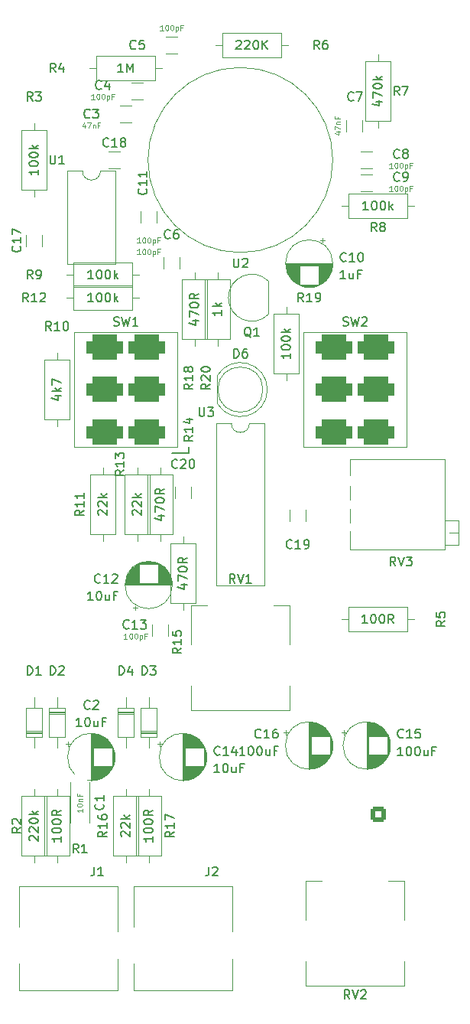
<source format=gbr>
%TF.GenerationSoftware,KiCad,Pcbnew,(6.0.5)*%
%TF.CreationDate,2023-02-15T13:44:48-05:00*%
%TF.ProjectId,valve_distortion,76616c76-655f-4646-9973-746f7274696f,rev?*%
%TF.SameCoordinates,Original*%
%TF.FileFunction,Legend,Top*%
%TF.FilePolarity,Positive*%
%FSLAX46Y46*%
G04 Gerber Fmt 4.6, Leading zero omitted, Abs format (unit mm)*
G04 Created by KiCad (PCBNEW (6.0.5)) date 2023-02-15 13:44:48*
%MOMM*%
%LPD*%
G01*
G04 APERTURE LIST*
G04 Aperture macros list*
%AMRoundRect*
0 Rectangle with rounded corners*
0 $1 Rounding radius*
0 $2 $3 $4 $5 $6 $7 $8 $9 X,Y pos of 4 corners*
0 Add a 4 corners polygon primitive as box body*
4,1,4,$2,$3,$4,$5,$6,$7,$8,$9,$2,$3,0*
0 Add four circle primitives for the rounded corners*
1,1,$1+$1,$2,$3*
1,1,$1+$1,$4,$5*
1,1,$1+$1,$6,$7*
1,1,$1+$1,$8,$9*
0 Add four rect primitives between the rounded corners*
20,1,$1+$1,$2,$3,$4,$5,0*
20,1,$1+$1,$4,$5,$6,$7,0*
20,1,$1+$1,$6,$7,$8,$9,0*
20,1,$1+$1,$8,$9,$2,$3,0*%
G04 Aperture macros list end*
%ADD10C,0.150000*%
%ADD11C,0.090000*%
%ADD12C,0.120000*%
%ADD13R,1.600000X1.600000*%
%ADD14O,1.600000X1.600000*%
%ADD15C,1.600000*%
%ADD16RoundRect,0.698500X-1.333500X-0.698500X1.333500X-0.698500X1.333500X0.698500X-1.333500X0.698500X0*%
%ADD17O,4.000000X4.000000*%
%ADD18R,1.800000X1.800000*%
%ADD19C,1.800000*%
%ADD20C,3.000000*%
%ADD21R,1.500000X1.500000*%
%ADD22O,1.500000X1.500000*%
%ADD23R,1.500000X1.050000*%
%ADD24O,1.500000X1.050000*%
%ADD25O,2.000000X3.500000*%
%ADD26O,2.000000X2.500000*%
%ADD27O,3.500000X1.500000*%
%ADD28C,1.440000*%
%ADD29RoundRect,0.250000X0.600000X-0.600000X0.600000X0.600000X-0.600000X0.600000X-0.600000X-0.600000X0*%
%ADD30C,1.700000*%
%ADD31C,2.030000*%
G04 APERTURE END LIST*
D10*
X172865000Y-96465000D02*
X170960000Y-96465000D01*
X172865000Y-95830000D02*
X172865000Y-96465000D01*
%TO.C,U1*%
X157498095Y-63532380D02*
X157498095Y-64341904D01*
X157545714Y-64437142D01*
X157593333Y-64484761D01*
X157688571Y-64532380D01*
X157879047Y-64532380D01*
X157974285Y-64484761D01*
X158021904Y-64437142D01*
X158069523Y-64341904D01*
X158069523Y-63532380D01*
X159069523Y-64532380D02*
X158498095Y-64532380D01*
X158783809Y-64532380D02*
X158783809Y-63532380D01*
X158688571Y-63675238D01*
X158593333Y-63770476D01*
X158498095Y-63818095D01*
%TO.C,R16*%
X163792380Y-138382857D02*
X163316190Y-138716190D01*
X163792380Y-138954285D02*
X162792380Y-138954285D01*
X162792380Y-138573333D01*
X162840000Y-138478095D01*
X162887619Y-138430476D01*
X162982857Y-138382857D01*
X163125714Y-138382857D01*
X163220952Y-138430476D01*
X163268571Y-138478095D01*
X163316190Y-138573333D01*
X163316190Y-138954285D01*
X163792380Y-137430476D02*
X163792380Y-138001904D01*
X163792380Y-137716190D02*
X162792380Y-137716190D01*
X162935238Y-137811428D01*
X163030476Y-137906666D01*
X163078095Y-138001904D01*
X162792380Y-136573333D02*
X162792380Y-136763809D01*
X162840000Y-136859047D01*
X162887619Y-136906666D01*
X163030476Y-137001904D01*
X163220952Y-137049523D01*
X163601904Y-137049523D01*
X163697142Y-137001904D01*
X163744761Y-136954285D01*
X163792380Y-136859047D01*
X163792380Y-136668571D01*
X163744761Y-136573333D01*
X163697142Y-136525714D01*
X163601904Y-136478095D01*
X163363809Y-136478095D01*
X163268571Y-136525714D01*
X163220952Y-136573333D01*
X163173333Y-136668571D01*
X163173333Y-136859047D01*
X163220952Y-136954285D01*
X163268571Y-137001904D01*
X163363809Y-137049523D01*
X165427619Y-138906666D02*
X165380000Y-138859047D01*
X165332380Y-138763809D01*
X165332380Y-138525714D01*
X165380000Y-138430476D01*
X165427619Y-138382857D01*
X165522857Y-138335238D01*
X165618095Y-138335238D01*
X165760952Y-138382857D01*
X166332380Y-138954285D01*
X166332380Y-138335238D01*
X165427619Y-137954285D02*
X165380000Y-137906666D01*
X165332380Y-137811428D01*
X165332380Y-137573333D01*
X165380000Y-137478095D01*
X165427619Y-137430476D01*
X165522857Y-137382857D01*
X165618095Y-137382857D01*
X165760952Y-137430476D01*
X166332380Y-138001904D01*
X166332380Y-137382857D01*
X166332380Y-136954285D02*
X165332380Y-136954285D01*
X165951428Y-136859047D02*
X166332380Y-136573333D01*
X165665714Y-136573333D02*
X166046666Y-136954285D01*
%TO.C,R3*%
X155553333Y-57547380D02*
X155220000Y-57071190D01*
X154981904Y-57547380D02*
X154981904Y-56547380D01*
X155362857Y-56547380D01*
X155458095Y-56595000D01*
X155505714Y-56642619D01*
X155553333Y-56737857D01*
X155553333Y-56880714D01*
X155505714Y-56975952D01*
X155458095Y-57023571D01*
X155362857Y-57071190D01*
X154981904Y-57071190D01*
X155886666Y-56547380D02*
X156505714Y-56547380D01*
X156172380Y-56928333D01*
X156315238Y-56928333D01*
X156410476Y-56975952D01*
X156458095Y-57023571D01*
X156505714Y-57118809D01*
X156505714Y-57356904D01*
X156458095Y-57452142D01*
X156410476Y-57499761D01*
X156315238Y-57547380D01*
X156029523Y-57547380D01*
X155934285Y-57499761D01*
X155886666Y-57452142D01*
X156172380Y-65151428D02*
X156172380Y-65722857D01*
X156172380Y-65437142D02*
X155172380Y-65437142D01*
X155315238Y-65532380D01*
X155410476Y-65627619D01*
X155458095Y-65722857D01*
X155172380Y-64532380D02*
X155172380Y-64437142D01*
X155220000Y-64341904D01*
X155267619Y-64294285D01*
X155362857Y-64246666D01*
X155553333Y-64199047D01*
X155791428Y-64199047D01*
X155981904Y-64246666D01*
X156077142Y-64294285D01*
X156124761Y-64341904D01*
X156172380Y-64437142D01*
X156172380Y-64532380D01*
X156124761Y-64627619D01*
X156077142Y-64675238D01*
X155981904Y-64722857D01*
X155791428Y-64770476D01*
X155553333Y-64770476D01*
X155362857Y-64722857D01*
X155267619Y-64675238D01*
X155220000Y-64627619D01*
X155172380Y-64532380D01*
X155172380Y-63580000D02*
X155172380Y-63484761D01*
X155220000Y-63389523D01*
X155267619Y-63341904D01*
X155362857Y-63294285D01*
X155553333Y-63246666D01*
X155791428Y-63246666D01*
X155981904Y-63294285D01*
X156077142Y-63341904D01*
X156124761Y-63389523D01*
X156172380Y-63484761D01*
X156172380Y-63580000D01*
X156124761Y-63675238D01*
X156077142Y-63722857D01*
X155981904Y-63770476D01*
X155791428Y-63818095D01*
X155553333Y-63818095D01*
X155362857Y-63770476D01*
X155267619Y-63722857D01*
X155220000Y-63675238D01*
X155172380Y-63580000D01*
X156172380Y-62818095D02*
X155172380Y-62818095D01*
X155791428Y-62722857D02*
X156172380Y-62437142D01*
X155505714Y-62437142D02*
X155886666Y-62818095D01*
%TO.C,SW2*%
X189946666Y-82384761D02*
X190089523Y-82432380D01*
X190327619Y-82432380D01*
X190422857Y-82384761D01*
X190470476Y-82337142D01*
X190518095Y-82241904D01*
X190518095Y-82146666D01*
X190470476Y-82051428D01*
X190422857Y-82003809D01*
X190327619Y-81956190D01*
X190137142Y-81908571D01*
X190041904Y-81860952D01*
X189994285Y-81813333D01*
X189946666Y-81718095D01*
X189946666Y-81622857D01*
X189994285Y-81527619D01*
X190041904Y-81480000D01*
X190137142Y-81432380D01*
X190375238Y-81432380D01*
X190518095Y-81480000D01*
X190851428Y-81432380D02*
X191089523Y-82432380D01*
X191280000Y-81718095D01*
X191470476Y-82432380D01*
X191708571Y-81432380D01*
X192041904Y-81527619D02*
X192089523Y-81480000D01*
X192184761Y-81432380D01*
X192422857Y-81432380D01*
X192518095Y-81480000D01*
X192565714Y-81527619D01*
X192613333Y-81622857D01*
X192613333Y-81718095D01*
X192565714Y-81860952D01*
X191994285Y-82432380D01*
X192613333Y-82432380D01*
%TO.C,C5*%
X166983333Y-51737142D02*
X166935714Y-51784761D01*
X166792857Y-51832380D01*
X166697619Y-51832380D01*
X166554761Y-51784761D01*
X166459523Y-51689523D01*
X166411904Y-51594285D01*
X166364285Y-51403809D01*
X166364285Y-51260952D01*
X166411904Y-51070476D01*
X166459523Y-50975238D01*
X166554761Y-50880000D01*
X166697619Y-50832380D01*
X166792857Y-50832380D01*
X166935714Y-50880000D01*
X166983333Y-50927619D01*
X167888095Y-50832380D02*
X167411904Y-50832380D01*
X167364285Y-51308571D01*
X167411904Y-51260952D01*
X167507142Y-51213333D01*
X167745238Y-51213333D01*
X167840476Y-51260952D01*
X167888095Y-51308571D01*
X167935714Y-51403809D01*
X167935714Y-51641904D01*
X167888095Y-51737142D01*
X167840476Y-51784761D01*
X167745238Y-51832380D01*
X167507142Y-51832380D01*
X167411904Y-51784761D01*
X167364285Y-51737142D01*
D11*
X170031428Y-49746428D02*
X169688571Y-49746428D01*
X169860000Y-49746428D02*
X169860000Y-49146428D01*
X169802857Y-49232142D01*
X169745714Y-49289285D01*
X169688571Y-49317857D01*
X170402857Y-49146428D02*
X170460000Y-49146428D01*
X170517142Y-49175000D01*
X170545714Y-49203571D01*
X170574285Y-49260714D01*
X170602857Y-49375000D01*
X170602857Y-49517857D01*
X170574285Y-49632142D01*
X170545714Y-49689285D01*
X170517142Y-49717857D01*
X170460000Y-49746428D01*
X170402857Y-49746428D01*
X170345714Y-49717857D01*
X170317142Y-49689285D01*
X170288571Y-49632142D01*
X170260000Y-49517857D01*
X170260000Y-49375000D01*
X170288571Y-49260714D01*
X170317142Y-49203571D01*
X170345714Y-49175000D01*
X170402857Y-49146428D01*
X170974285Y-49146428D02*
X171031428Y-49146428D01*
X171088571Y-49175000D01*
X171117142Y-49203571D01*
X171145714Y-49260714D01*
X171174285Y-49375000D01*
X171174285Y-49517857D01*
X171145714Y-49632142D01*
X171117142Y-49689285D01*
X171088571Y-49717857D01*
X171031428Y-49746428D01*
X170974285Y-49746428D01*
X170917142Y-49717857D01*
X170888571Y-49689285D01*
X170860000Y-49632142D01*
X170831428Y-49517857D01*
X170831428Y-49375000D01*
X170860000Y-49260714D01*
X170888571Y-49203571D01*
X170917142Y-49175000D01*
X170974285Y-49146428D01*
X171431428Y-49346428D02*
X171431428Y-49946428D01*
X171431428Y-49375000D02*
X171488571Y-49346428D01*
X171602857Y-49346428D01*
X171660000Y-49375000D01*
X171688571Y-49403571D01*
X171717142Y-49460714D01*
X171717142Y-49632142D01*
X171688571Y-49689285D01*
X171660000Y-49717857D01*
X171602857Y-49746428D01*
X171488571Y-49746428D01*
X171431428Y-49717857D01*
X172174285Y-49432142D02*
X171974285Y-49432142D01*
X171974285Y-49746428D02*
X171974285Y-49146428D01*
X172260000Y-49146428D01*
D10*
%TO.C,RV2*%
X190684761Y-156892380D02*
X190351428Y-156416190D01*
X190113333Y-156892380D02*
X190113333Y-155892380D01*
X190494285Y-155892380D01*
X190589523Y-155940000D01*
X190637142Y-155987619D01*
X190684761Y-156082857D01*
X190684761Y-156225714D01*
X190637142Y-156320952D01*
X190589523Y-156368571D01*
X190494285Y-156416190D01*
X190113333Y-156416190D01*
X190970476Y-155892380D02*
X191303809Y-156892380D01*
X191637142Y-155892380D01*
X191922857Y-155987619D02*
X191970476Y-155940000D01*
X192065714Y-155892380D01*
X192303809Y-155892380D01*
X192399047Y-155940000D01*
X192446666Y-155987619D01*
X192494285Y-156082857D01*
X192494285Y-156178095D01*
X192446666Y-156320952D01*
X191875238Y-156892380D01*
X192494285Y-156892380D01*
%TO.C,R19*%
X185557142Y-79772380D02*
X185223809Y-79296190D01*
X184985714Y-79772380D02*
X184985714Y-78772380D01*
X185366666Y-78772380D01*
X185461904Y-78820000D01*
X185509523Y-78867619D01*
X185557142Y-78962857D01*
X185557142Y-79105714D01*
X185509523Y-79200952D01*
X185461904Y-79248571D01*
X185366666Y-79296190D01*
X184985714Y-79296190D01*
X186509523Y-79772380D02*
X185938095Y-79772380D01*
X186223809Y-79772380D02*
X186223809Y-78772380D01*
X186128571Y-78915238D01*
X186033333Y-79010476D01*
X185938095Y-79058095D01*
X186985714Y-79772380D02*
X187176190Y-79772380D01*
X187271428Y-79724761D01*
X187319047Y-79677142D01*
X187414285Y-79534285D01*
X187461904Y-79343809D01*
X187461904Y-78962857D01*
X187414285Y-78867619D01*
X187366666Y-78820000D01*
X187271428Y-78772380D01*
X187080952Y-78772380D01*
X186985714Y-78820000D01*
X186938095Y-78867619D01*
X186890476Y-78962857D01*
X186890476Y-79200952D01*
X186938095Y-79296190D01*
X186985714Y-79343809D01*
X187080952Y-79391428D01*
X187271428Y-79391428D01*
X187366666Y-79343809D01*
X187414285Y-79296190D01*
X187461904Y-79200952D01*
X184112380Y-85471428D02*
X184112380Y-86042857D01*
X184112380Y-85757142D02*
X183112380Y-85757142D01*
X183255238Y-85852380D01*
X183350476Y-85947619D01*
X183398095Y-86042857D01*
X183112380Y-84852380D02*
X183112380Y-84757142D01*
X183160000Y-84661904D01*
X183207619Y-84614285D01*
X183302857Y-84566666D01*
X183493333Y-84519047D01*
X183731428Y-84519047D01*
X183921904Y-84566666D01*
X184017142Y-84614285D01*
X184064761Y-84661904D01*
X184112380Y-84757142D01*
X184112380Y-84852380D01*
X184064761Y-84947619D01*
X184017142Y-84995238D01*
X183921904Y-85042857D01*
X183731428Y-85090476D01*
X183493333Y-85090476D01*
X183302857Y-85042857D01*
X183207619Y-84995238D01*
X183160000Y-84947619D01*
X183112380Y-84852380D01*
X183112380Y-83900000D02*
X183112380Y-83804761D01*
X183160000Y-83709523D01*
X183207619Y-83661904D01*
X183302857Y-83614285D01*
X183493333Y-83566666D01*
X183731428Y-83566666D01*
X183921904Y-83614285D01*
X184017142Y-83661904D01*
X184064761Y-83709523D01*
X184112380Y-83804761D01*
X184112380Y-83900000D01*
X184064761Y-83995238D01*
X184017142Y-84042857D01*
X183921904Y-84090476D01*
X183731428Y-84138095D01*
X183493333Y-84138095D01*
X183302857Y-84090476D01*
X183207619Y-84042857D01*
X183160000Y-83995238D01*
X183112380Y-83900000D01*
X184112380Y-83138095D02*
X183112380Y-83138095D01*
X183731428Y-83042857D02*
X184112380Y-82757142D01*
X183445714Y-82757142D02*
X183826666Y-83138095D01*
%TO.C,D2*%
X157521904Y-121047380D02*
X157521904Y-120047380D01*
X157760000Y-120047380D01*
X157902857Y-120095000D01*
X157998095Y-120190238D01*
X158045714Y-120285476D01*
X158093333Y-120475952D01*
X158093333Y-120618809D01*
X158045714Y-120809285D01*
X157998095Y-120904523D01*
X157902857Y-120999761D01*
X157760000Y-121047380D01*
X157521904Y-121047380D01*
X158474285Y-120142619D02*
X158521904Y-120095000D01*
X158617142Y-120047380D01*
X158855238Y-120047380D01*
X158950476Y-120095000D01*
X158998095Y-120142619D01*
X159045714Y-120237857D01*
X159045714Y-120333095D01*
X158998095Y-120475952D01*
X158426666Y-121047380D01*
X159045714Y-121047380D01*
%TO.C,R20*%
X175222380Y-88852857D02*
X174746190Y-89186190D01*
X175222380Y-89424285D02*
X174222380Y-89424285D01*
X174222380Y-89043333D01*
X174270000Y-88948095D01*
X174317619Y-88900476D01*
X174412857Y-88852857D01*
X174555714Y-88852857D01*
X174650952Y-88900476D01*
X174698571Y-88948095D01*
X174746190Y-89043333D01*
X174746190Y-89424285D01*
X174317619Y-88471904D02*
X174270000Y-88424285D01*
X174222380Y-88329047D01*
X174222380Y-88090952D01*
X174270000Y-87995714D01*
X174317619Y-87948095D01*
X174412857Y-87900476D01*
X174508095Y-87900476D01*
X174650952Y-87948095D01*
X175222380Y-88519523D01*
X175222380Y-87900476D01*
X174222380Y-87281428D02*
X174222380Y-87186190D01*
X174270000Y-87090952D01*
X174317619Y-87043333D01*
X174412857Y-86995714D01*
X174603333Y-86948095D01*
X174841428Y-86948095D01*
X175031904Y-86995714D01*
X175127142Y-87043333D01*
X175174761Y-87090952D01*
X175222380Y-87186190D01*
X175222380Y-87281428D01*
X175174761Y-87376666D01*
X175127142Y-87424285D01*
X175031904Y-87471904D01*
X174841428Y-87519523D01*
X174603333Y-87519523D01*
X174412857Y-87471904D01*
X174317619Y-87424285D01*
X174270000Y-87376666D01*
X174222380Y-87281428D01*
X176492380Y-80709047D02*
X176492380Y-81280476D01*
X176492380Y-80994761D02*
X175492380Y-80994761D01*
X175635238Y-81090000D01*
X175730476Y-81185238D01*
X175778095Y-81280476D01*
X176492380Y-80280476D02*
X175492380Y-80280476D01*
X176111428Y-80185238D02*
X176492380Y-79899523D01*
X175825714Y-79899523D02*
X176206666Y-80280476D01*
%TO.C,C16*%
X180832261Y-127937142D02*
X180784642Y-127984761D01*
X180641785Y-128032380D01*
X180546547Y-128032380D01*
X180403690Y-127984761D01*
X180308452Y-127889523D01*
X180260833Y-127794285D01*
X180213214Y-127603809D01*
X180213214Y-127460952D01*
X180260833Y-127270476D01*
X180308452Y-127175238D01*
X180403690Y-127080000D01*
X180546547Y-127032380D01*
X180641785Y-127032380D01*
X180784642Y-127080000D01*
X180832261Y-127127619D01*
X181784642Y-128032380D02*
X181213214Y-128032380D01*
X181498928Y-128032380D02*
X181498928Y-127032380D01*
X181403690Y-127175238D01*
X181308452Y-127270476D01*
X181213214Y-127318095D01*
X182641785Y-127032380D02*
X182451309Y-127032380D01*
X182356071Y-127080000D01*
X182308452Y-127127619D01*
X182213214Y-127270476D01*
X182165595Y-127460952D01*
X182165595Y-127841904D01*
X182213214Y-127937142D01*
X182260833Y-127984761D01*
X182356071Y-128032380D01*
X182546547Y-128032380D01*
X182641785Y-127984761D01*
X182689404Y-127937142D01*
X182737023Y-127841904D01*
X182737023Y-127603809D01*
X182689404Y-127508571D01*
X182641785Y-127460952D01*
X182546547Y-127413333D01*
X182356071Y-127413333D01*
X182260833Y-127460952D01*
X182213214Y-127508571D01*
X182165595Y-127603809D01*
X179070357Y-129937380D02*
X178498928Y-129937380D01*
X178784642Y-129937380D02*
X178784642Y-128937380D01*
X178689404Y-129080238D01*
X178594166Y-129175476D01*
X178498928Y-129223095D01*
X179689404Y-128937380D02*
X179784642Y-128937380D01*
X179879880Y-128985000D01*
X179927500Y-129032619D01*
X179975119Y-129127857D01*
X180022738Y-129318333D01*
X180022738Y-129556428D01*
X179975119Y-129746904D01*
X179927500Y-129842142D01*
X179879880Y-129889761D01*
X179784642Y-129937380D01*
X179689404Y-129937380D01*
X179594166Y-129889761D01*
X179546547Y-129842142D01*
X179498928Y-129746904D01*
X179451309Y-129556428D01*
X179451309Y-129318333D01*
X179498928Y-129127857D01*
X179546547Y-129032619D01*
X179594166Y-128985000D01*
X179689404Y-128937380D01*
X180641785Y-128937380D02*
X180737023Y-128937380D01*
X180832261Y-128985000D01*
X180879880Y-129032619D01*
X180927500Y-129127857D01*
X180975119Y-129318333D01*
X180975119Y-129556428D01*
X180927500Y-129746904D01*
X180879880Y-129842142D01*
X180832261Y-129889761D01*
X180737023Y-129937380D01*
X180641785Y-129937380D01*
X180546547Y-129889761D01*
X180498928Y-129842142D01*
X180451309Y-129746904D01*
X180403690Y-129556428D01*
X180403690Y-129318333D01*
X180451309Y-129127857D01*
X180498928Y-129032619D01*
X180546547Y-128985000D01*
X180641785Y-128937380D01*
X181832261Y-129270714D02*
X181832261Y-129937380D01*
X181403690Y-129270714D02*
X181403690Y-129794523D01*
X181451309Y-129889761D01*
X181546547Y-129937380D01*
X181689404Y-129937380D01*
X181784642Y-129889761D01*
X181832261Y-129842142D01*
X182641785Y-129413571D02*
X182308452Y-129413571D01*
X182308452Y-129937380D02*
X182308452Y-128937380D01*
X182784642Y-128937380D01*
%TO.C,R13*%
X165697380Y-98377857D02*
X165221190Y-98711190D01*
X165697380Y-98949285D02*
X164697380Y-98949285D01*
X164697380Y-98568333D01*
X164745000Y-98473095D01*
X164792619Y-98425476D01*
X164887857Y-98377857D01*
X165030714Y-98377857D01*
X165125952Y-98425476D01*
X165173571Y-98473095D01*
X165221190Y-98568333D01*
X165221190Y-98949285D01*
X165697380Y-97425476D02*
X165697380Y-97996904D01*
X165697380Y-97711190D02*
X164697380Y-97711190D01*
X164840238Y-97806428D01*
X164935476Y-97901666D01*
X164983095Y-97996904D01*
X164697380Y-97092142D02*
X164697380Y-96473095D01*
X165078333Y-96806428D01*
X165078333Y-96663571D01*
X165125952Y-96568333D01*
X165173571Y-96520714D01*
X165268809Y-96473095D01*
X165506904Y-96473095D01*
X165602142Y-96520714D01*
X165649761Y-96568333D01*
X165697380Y-96663571D01*
X165697380Y-96949285D01*
X165649761Y-97044523D01*
X165602142Y-97092142D01*
X166697619Y-103346666D02*
X166650000Y-103299047D01*
X166602380Y-103203809D01*
X166602380Y-102965714D01*
X166650000Y-102870476D01*
X166697619Y-102822857D01*
X166792857Y-102775238D01*
X166888095Y-102775238D01*
X167030952Y-102822857D01*
X167602380Y-103394285D01*
X167602380Y-102775238D01*
X166697619Y-102394285D02*
X166650000Y-102346666D01*
X166602380Y-102251428D01*
X166602380Y-102013333D01*
X166650000Y-101918095D01*
X166697619Y-101870476D01*
X166792857Y-101822857D01*
X166888095Y-101822857D01*
X167030952Y-101870476D01*
X167602380Y-102441904D01*
X167602380Y-101822857D01*
X167602380Y-101394285D02*
X166602380Y-101394285D01*
X167221428Y-101299047D02*
X167602380Y-101013333D01*
X166935714Y-101013333D02*
X167316666Y-101394285D01*
%TO.C,C8*%
X196193333Y-63802142D02*
X196145714Y-63849761D01*
X196002857Y-63897380D01*
X195907619Y-63897380D01*
X195764761Y-63849761D01*
X195669523Y-63754523D01*
X195621904Y-63659285D01*
X195574285Y-63468809D01*
X195574285Y-63325952D01*
X195621904Y-63135476D01*
X195669523Y-63040238D01*
X195764761Y-62945000D01*
X195907619Y-62897380D01*
X196002857Y-62897380D01*
X196145714Y-62945000D01*
X196193333Y-62992619D01*
X196764761Y-63325952D02*
X196669523Y-63278333D01*
X196621904Y-63230714D01*
X196574285Y-63135476D01*
X196574285Y-63087857D01*
X196621904Y-62992619D01*
X196669523Y-62945000D01*
X196764761Y-62897380D01*
X196955238Y-62897380D01*
X197050476Y-62945000D01*
X197098095Y-62992619D01*
X197145714Y-63087857D01*
X197145714Y-63135476D01*
X197098095Y-63230714D01*
X197050476Y-63278333D01*
X196955238Y-63325952D01*
X196764761Y-63325952D01*
X196669523Y-63373571D01*
X196621904Y-63421190D01*
X196574285Y-63516428D01*
X196574285Y-63706904D01*
X196621904Y-63802142D01*
X196669523Y-63849761D01*
X196764761Y-63897380D01*
X196955238Y-63897380D01*
X197050476Y-63849761D01*
X197098095Y-63802142D01*
X197145714Y-63706904D01*
X197145714Y-63516428D01*
X197098095Y-63421190D01*
X197050476Y-63373571D01*
X196955238Y-63325952D01*
D11*
X195431428Y-64986428D02*
X195088571Y-64986428D01*
X195260000Y-64986428D02*
X195260000Y-64386428D01*
X195202857Y-64472142D01*
X195145714Y-64529285D01*
X195088571Y-64557857D01*
X195802857Y-64386428D02*
X195860000Y-64386428D01*
X195917142Y-64415000D01*
X195945714Y-64443571D01*
X195974285Y-64500714D01*
X196002857Y-64615000D01*
X196002857Y-64757857D01*
X195974285Y-64872142D01*
X195945714Y-64929285D01*
X195917142Y-64957857D01*
X195860000Y-64986428D01*
X195802857Y-64986428D01*
X195745714Y-64957857D01*
X195717142Y-64929285D01*
X195688571Y-64872142D01*
X195660000Y-64757857D01*
X195660000Y-64615000D01*
X195688571Y-64500714D01*
X195717142Y-64443571D01*
X195745714Y-64415000D01*
X195802857Y-64386428D01*
X196374285Y-64386428D02*
X196431428Y-64386428D01*
X196488571Y-64415000D01*
X196517142Y-64443571D01*
X196545714Y-64500714D01*
X196574285Y-64615000D01*
X196574285Y-64757857D01*
X196545714Y-64872142D01*
X196517142Y-64929285D01*
X196488571Y-64957857D01*
X196431428Y-64986428D01*
X196374285Y-64986428D01*
X196317142Y-64957857D01*
X196288571Y-64929285D01*
X196260000Y-64872142D01*
X196231428Y-64757857D01*
X196231428Y-64615000D01*
X196260000Y-64500714D01*
X196288571Y-64443571D01*
X196317142Y-64415000D01*
X196374285Y-64386428D01*
X196831428Y-64586428D02*
X196831428Y-65186428D01*
X196831428Y-64615000D02*
X196888571Y-64586428D01*
X197002857Y-64586428D01*
X197060000Y-64615000D01*
X197088571Y-64643571D01*
X197117142Y-64700714D01*
X197117142Y-64872142D01*
X197088571Y-64929285D01*
X197060000Y-64957857D01*
X197002857Y-64986428D01*
X196888571Y-64986428D01*
X196831428Y-64957857D01*
X197574285Y-64672142D02*
X197374285Y-64672142D01*
X197374285Y-64986428D02*
X197374285Y-64386428D01*
X197660000Y-64386428D01*
D10*
%TO.C,Q1*%
X179754761Y-83677619D02*
X179659523Y-83630000D01*
X179564285Y-83534761D01*
X179421428Y-83391904D01*
X179326190Y-83344285D01*
X179230952Y-83344285D01*
X179278571Y-83582380D02*
X179183333Y-83534761D01*
X179088095Y-83439523D01*
X179040476Y-83249047D01*
X179040476Y-82915714D01*
X179088095Y-82725238D01*
X179183333Y-82630000D01*
X179278571Y-82582380D01*
X179469047Y-82582380D01*
X179564285Y-82630000D01*
X179659523Y-82725238D01*
X179707142Y-82915714D01*
X179707142Y-83249047D01*
X179659523Y-83439523D01*
X179564285Y-83534761D01*
X179469047Y-83582380D01*
X179278571Y-83582380D01*
X180659523Y-83582380D02*
X180088095Y-83582380D01*
X180373809Y-83582380D02*
X180373809Y-82582380D01*
X180278571Y-82725238D01*
X180183333Y-82820476D01*
X180088095Y-82868095D01*
%TO.C,C10*%
X190282023Y-75232142D02*
X190234404Y-75279761D01*
X190091547Y-75327380D01*
X189996309Y-75327380D01*
X189853452Y-75279761D01*
X189758214Y-75184523D01*
X189710595Y-75089285D01*
X189662976Y-74898809D01*
X189662976Y-74755952D01*
X189710595Y-74565476D01*
X189758214Y-74470238D01*
X189853452Y-74375000D01*
X189996309Y-74327380D01*
X190091547Y-74327380D01*
X190234404Y-74375000D01*
X190282023Y-74422619D01*
X191234404Y-75327380D02*
X190662976Y-75327380D01*
X190948690Y-75327380D02*
X190948690Y-74327380D01*
X190853452Y-74470238D01*
X190758214Y-74565476D01*
X190662976Y-74613095D01*
X191853452Y-74327380D02*
X191948690Y-74327380D01*
X192043928Y-74375000D01*
X192091547Y-74422619D01*
X192139166Y-74517857D01*
X192186785Y-74708333D01*
X192186785Y-74946428D01*
X192139166Y-75136904D01*
X192091547Y-75232142D01*
X192043928Y-75279761D01*
X191948690Y-75327380D01*
X191853452Y-75327380D01*
X191758214Y-75279761D01*
X191710595Y-75232142D01*
X191662976Y-75136904D01*
X191615357Y-74946428D01*
X191615357Y-74708333D01*
X191662976Y-74517857D01*
X191710595Y-74422619D01*
X191758214Y-74375000D01*
X191853452Y-74327380D01*
X190234404Y-77232380D02*
X189662976Y-77232380D01*
X189948690Y-77232380D02*
X189948690Y-76232380D01*
X189853452Y-76375238D01*
X189758214Y-76470476D01*
X189662976Y-76518095D01*
X191091547Y-76565714D02*
X191091547Y-77232380D01*
X190662976Y-76565714D02*
X190662976Y-77089523D01*
X190710595Y-77184761D01*
X190805833Y-77232380D01*
X190948690Y-77232380D01*
X191043928Y-77184761D01*
X191091547Y-77137142D01*
X191901071Y-76708571D02*
X191567738Y-76708571D01*
X191567738Y-77232380D02*
X191567738Y-76232380D01*
X192043928Y-76232380D01*
%TO.C,C17*%
X154172142Y-73612857D02*
X154219761Y-73660476D01*
X154267380Y-73803333D01*
X154267380Y-73898571D01*
X154219761Y-74041428D01*
X154124523Y-74136666D01*
X154029285Y-74184285D01*
X153838809Y-74231904D01*
X153695952Y-74231904D01*
X153505476Y-74184285D01*
X153410238Y-74136666D01*
X153315000Y-74041428D01*
X153267380Y-73898571D01*
X153267380Y-73803333D01*
X153315000Y-73660476D01*
X153362619Y-73612857D01*
X154267380Y-72660476D02*
X154267380Y-73231904D01*
X154267380Y-72946190D02*
X153267380Y-72946190D01*
X153410238Y-73041428D01*
X153505476Y-73136666D01*
X153553095Y-73231904D01*
X153267380Y-72327142D02*
X153267380Y-71660476D01*
X154267380Y-72089047D01*
%TO.C,R6*%
X187303333Y-51832380D02*
X186970000Y-51356190D01*
X186731904Y-51832380D02*
X186731904Y-50832380D01*
X187112857Y-50832380D01*
X187208095Y-50880000D01*
X187255714Y-50927619D01*
X187303333Y-51022857D01*
X187303333Y-51165714D01*
X187255714Y-51260952D01*
X187208095Y-51308571D01*
X187112857Y-51356190D01*
X186731904Y-51356190D01*
X188160476Y-50832380D02*
X187970000Y-50832380D01*
X187874761Y-50880000D01*
X187827142Y-50927619D01*
X187731904Y-51070476D01*
X187684285Y-51260952D01*
X187684285Y-51641904D01*
X187731904Y-51737142D01*
X187779523Y-51784761D01*
X187874761Y-51832380D01*
X188065238Y-51832380D01*
X188160476Y-51784761D01*
X188208095Y-51737142D01*
X188255714Y-51641904D01*
X188255714Y-51403809D01*
X188208095Y-51308571D01*
X188160476Y-51260952D01*
X188065238Y-51213333D01*
X187874761Y-51213333D01*
X187779523Y-51260952D01*
X187731904Y-51308571D01*
X187684285Y-51403809D01*
X178111904Y-50927619D02*
X178159523Y-50880000D01*
X178254761Y-50832380D01*
X178492857Y-50832380D01*
X178588095Y-50880000D01*
X178635714Y-50927619D01*
X178683333Y-51022857D01*
X178683333Y-51118095D01*
X178635714Y-51260952D01*
X178064285Y-51832380D01*
X178683333Y-51832380D01*
X179064285Y-50927619D02*
X179111904Y-50880000D01*
X179207142Y-50832380D01*
X179445238Y-50832380D01*
X179540476Y-50880000D01*
X179588095Y-50927619D01*
X179635714Y-51022857D01*
X179635714Y-51118095D01*
X179588095Y-51260952D01*
X179016666Y-51832380D01*
X179635714Y-51832380D01*
X180254761Y-50832380D02*
X180350000Y-50832380D01*
X180445238Y-50880000D01*
X180492857Y-50927619D01*
X180540476Y-51022857D01*
X180588095Y-51213333D01*
X180588095Y-51451428D01*
X180540476Y-51641904D01*
X180492857Y-51737142D01*
X180445238Y-51784761D01*
X180350000Y-51832380D01*
X180254761Y-51832380D01*
X180159523Y-51784761D01*
X180111904Y-51737142D01*
X180064285Y-51641904D01*
X180016666Y-51451428D01*
X180016666Y-51213333D01*
X180064285Y-51022857D01*
X180111904Y-50927619D01*
X180159523Y-50880000D01*
X180254761Y-50832380D01*
X181016666Y-51832380D02*
X181016666Y-50832380D01*
X181588095Y-51832380D02*
X181159523Y-51260952D01*
X181588095Y-50832380D02*
X181016666Y-51403809D01*
%TO.C,RV1*%
X177984761Y-110887380D02*
X177651428Y-110411190D01*
X177413333Y-110887380D02*
X177413333Y-109887380D01*
X177794285Y-109887380D01*
X177889523Y-109935000D01*
X177937142Y-109982619D01*
X177984761Y-110077857D01*
X177984761Y-110220714D01*
X177937142Y-110315952D01*
X177889523Y-110363571D01*
X177794285Y-110411190D01*
X177413333Y-110411190D01*
X178270476Y-109887380D02*
X178603809Y-110887380D01*
X178937142Y-109887380D01*
X179794285Y-110887380D02*
X179222857Y-110887380D01*
X179508571Y-110887380D02*
X179508571Y-109887380D01*
X179413333Y-110030238D01*
X179318095Y-110125476D01*
X179222857Y-110173095D01*
%TO.C,R11*%
X161252380Y-102822857D02*
X160776190Y-103156190D01*
X161252380Y-103394285D02*
X160252380Y-103394285D01*
X160252380Y-103013333D01*
X160300000Y-102918095D01*
X160347619Y-102870476D01*
X160442857Y-102822857D01*
X160585714Y-102822857D01*
X160680952Y-102870476D01*
X160728571Y-102918095D01*
X160776190Y-103013333D01*
X160776190Y-103394285D01*
X161252380Y-101870476D02*
X161252380Y-102441904D01*
X161252380Y-102156190D02*
X160252380Y-102156190D01*
X160395238Y-102251428D01*
X160490476Y-102346666D01*
X160538095Y-102441904D01*
X161252380Y-100918095D02*
X161252380Y-101489523D01*
X161252380Y-101203809D02*
X160252380Y-101203809D01*
X160395238Y-101299047D01*
X160490476Y-101394285D01*
X160538095Y-101489523D01*
X162887619Y-103346666D02*
X162840000Y-103299047D01*
X162792380Y-103203809D01*
X162792380Y-102965714D01*
X162840000Y-102870476D01*
X162887619Y-102822857D01*
X162982857Y-102775238D01*
X163078095Y-102775238D01*
X163220952Y-102822857D01*
X163792380Y-103394285D01*
X163792380Y-102775238D01*
X162887619Y-102394285D02*
X162840000Y-102346666D01*
X162792380Y-102251428D01*
X162792380Y-102013333D01*
X162840000Y-101918095D01*
X162887619Y-101870476D01*
X162982857Y-101822857D01*
X163078095Y-101822857D01*
X163220952Y-101870476D01*
X163792380Y-102441904D01*
X163792380Y-101822857D01*
X163792380Y-101394285D02*
X162792380Y-101394285D01*
X163411428Y-101299047D02*
X163792380Y-101013333D01*
X163125714Y-101013333D02*
X163506666Y-101394285D01*
%TO.C,R5*%
X201257380Y-115046666D02*
X200781190Y-115380000D01*
X201257380Y-115618095D02*
X200257380Y-115618095D01*
X200257380Y-115237142D01*
X200305000Y-115141904D01*
X200352619Y-115094285D01*
X200447857Y-115046666D01*
X200590714Y-115046666D01*
X200685952Y-115094285D01*
X200733571Y-115141904D01*
X200781190Y-115237142D01*
X200781190Y-115618095D01*
X200257380Y-114141904D02*
X200257380Y-114618095D01*
X200733571Y-114665714D01*
X200685952Y-114618095D01*
X200638333Y-114522857D01*
X200638333Y-114284761D01*
X200685952Y-114189523D01*
X200733571Y-114141904D01*
X200828809Y-114094285D01*
X201066904Y-114094285D01*
X201162142Y-114141904D01*
X201209761Y-114189523D01*
X201257380Y-114284761D01*
X201257380Y-114522857D01*
X201209761Y-114618095D01*
X201162142Y-114665714D01*
X192653333Y-115332380D02*
X192081904Y-115332380D01*
X192367619Y-115332380D02*
X192367619Y-114332380D01*
X192272380Y-114475238D01*
X192177142Y-114570476D01*
X192081904Y-114618095D01*
X193272380Y-114332380D02*
X193367619Y-114332380D01*
X193462857Y-114380000D01*
X193510476Y-114427619D01*
X193558095Y-114522857D01*
X193605714Y-114713333D01*
X193605714Y-114951428D01*
X193558095Y-115141904D01*
X193510476Y-115237142D01*
X193462857Y-115284761D01*
X193367619Y-115332380D01*
X193272380Y-115332380D01*
X193177142Y-115284761D01*
X193129523Y-115237142D01*
X193081904Y-115141904D01*
X193034285Y-114951428D01*
X193034285Y-114713333D01*
X193081904Y-114522857D01*
X193129523Y-114427619D01*
X193177142Y-114380000D01*
X193272380Y-114332380D01*
X194224761Y-114332380D02*
X194320000Y-114332380D01*
X194415238Y-114380000D01*
X194462857Y-114427619D01*
X194510476Y-114522857D01*
X194558095Y-114713333D01*
X194558095Y-114951428D01*
X194510476Y-115141904D01*
X194462857Y-115237142D01*
X194415238Y-115284761D01*
X194320000Y-115332380D01*
X194224761Y-115332380D01*
X194129523Y-115284761D01*
X194081904Y-115237142D01*
X194034285Y-115141904D01*
X193986666Y-114951428D01*
X193986666Y-114713333D01*
X194034285Y-114522857D01*
X194081904Y-114427619D01*
X194129523Y-114380000D01*
X194224761Y-114332380D01*
X195558095Y-115332380D02*
X195224761Y-114856190D01*
X194986666Y-115332380D02*
X194986666Y-114332380D01*
X195367619Y-114332380D01*
X195462857Y-114380000D01*
X195510476Y-114427619D01*
X195558095Y-114522857D01*
X195558095Y-114665714D01*
X195510476Y-114760952D01*
X195462857Y-114808571D01*
X195367619Y-114856190D01*
X194986666Y-114856190D01*
%TO.C,J1*%
X162371666Y-142272380D02*
X162371666Y-142986666D01*
X162324047Y-143129523D01*
X162228809Y-143224761D01*
X162085952Y-143272380D01*
X161990714Y-143272380D01*
X163371666Y-143272380D02*
X162800238Y-143272380D01*
X163085952Y-143272380D02*
X163085952Y-142272380D01*
X162990714Y-142415238D01*
X162895476Y-142510476D01*
X162800238Y-142558095D01*
%TO.C,R17*%
X171242380Y-138382857D02*
X170766190Y-138716190D01*
X171242380Y-138954285D02*
X170242380Y-138954285D01*
X170242380Y-138573333D01*
X170290000Y-138478095D01*
X170337619Y-138430476D01*
X170432857Y-138382857D01*
X170575714Y-138382857D01*
X170670952Y-138430476D01*
X170718571Y-138478095D01*
X170766190Y-138573333D01*
X170766190Y-138954285D01*
X171242380Y-137430476D02*
X171242380Y-138001904D01*
X171242380Y-137716190D02*
X170242380Y-137716190D01*
X170385238Y-137811428D01*
X170480476Y-137906666D01*
X170528095Y-138001904D01*
X170242380Y-137097142D02*
X170242380Y-136430476D01*
X171242380Y-136859047D01*
X168872380Y-138906666D02*
X168872380Y-139478095D01*
X168872380Y-139192380D02*
X167872380Y-139192380D01*
X168015238Y-139287619D01*
X168110476Y-139382857D01*
X168158095Y-139478095D01*
X167872380Y-138287619D02*
X167872380Y-138192380D01*
X167920000Y-138097142D01*
X167967619Y-138049523D01*
X168062857Y-138001904D01*
X168253333Y-137954285D01*
X168491428Y-137954285D01*
X168681904Y-138001904D01*
X168777142Y-138049523D01*
X168824761Y-138097142D01*
X168872380Y-138192380D01*
X168872380Y-138287619D01*
X168824761Y-138382857D01*
X168777142Y-138430476D01*
X168681904Y-138478095D01*
X168491428Y-138525714D01*
X168253333Y-138525714D01*
X168062857Y-138478095D01*
X167967619Y-138430476D01*
X167920000Y-138382857D01*
X167872380Y-138287619D01*
X167872380Y-137335238D02*
X167872380Y-137240000D01*
X167920000Y-137144761D01*
X167967619Y-137097142D01*
X168062857Y-137049523D01*
X168253333Y-137001904D01*
X168491428Y-137001904D01*
X168681904Y-137049523D01*
X168777142Y-137097142D01*
X168824761Y-137144761D01*
X168872380Y-137240000D01*
X168872380Y-137335238D01*
X168824761Y-137430476D01*
X168777142Y-137478095D01*
X168681904Y-137525714D01*
X168491428Y-137573333D01*
X168253333Y-137573333D01*
X168062857Y-137525714D01*
X167967619Y-137478095D01*
X167920000Y-137430476D01*
X167872380Y-137335238D01*
X168872380Y-136001904D02*
X168396190Y-136335238D01*
X168872380Y-136573333D02*
X167872380Y-136573333D01*
X167872380Y-136192380D01*
X167920000Y-136097142D01*
X167967619Y-136049523D01*
X168062857Y-136001904D01*
X168205714Y-136001904D01*
X168300952Y-136049523D01*
X168348571Y-136097142D01*
X168396190Y-136192380D01*
X168396190Y-136573333D01*
%TO.C,SW1*%
X164546666Y-82384761D02*
X164689523Y-82432380D01*
X164927619Y-82432380D01*
X165022857Y-82384761D01*
X165070476Y-82337142D01*
X165118095Y-82241904D01*
X165118095Y-82146666D01*
X165070476Y-82051428D01*
X165022857Y-82003809D01*
X164927619Y-81956190D01*
X164737142Y-81908571D01*
X164641904Y-81860952D01*
X164594285Y-81813333D01*
X164546666Y-81718095D01*
X164546666Y-81622857D01*
X164594285Y-81527619D01*
X164641904Y-81480000D01*
X164737142Y-81432380D01*
X164975238Y-81432380D01*
X165118095Y-81480000D01*
X165451428Y-81432380D02*
X165689523Y-82432380D01*
X165880000Y-81718095D01*
X166070476Y-82432380D01*
X166308571Y-81432380D01*
X167213333Y-82432380D02*
X166641904Y-82432380D01*
X166927619Y-82432380D02*
X166927619Y-81432380D01*
X166832380Y-81575238D01*
X166737142Y-81670476D01*
X166641904Y-81718095D01*
%TO.C,R2*%
X154267380Y-137906666D02*
X153791190Y-138240000D01*
X154267380Y-138478095D02*
X153267380Y-138478095D01*
X153267380Y-138097142D01*
X153315000Y-138001904D01*
X153362619Y-137954285D01*
X153457857Y-137906666D01*
X153600714Y-137906666D01*
X153695952Y-137954285D01*
X153743571Y-138001904D01*
X153791190Y-138097142D01*
X153791190Y-138478095D01*
X153362619Y-137525714D02*
X153315000Y-137478095D01*
X153267380Y-137382857D01*
X153267380Y-137144761D01*
X153315000Y-137049523D01*
X153362619Y-137001904D01*
X153457857Y-136954285D01*
X153553095Y-136954285D01*
X153695952Y-137001904D01*
X154267380Y-137573333D01*
X154267380Y-136954285D01*
X155267619Y-139382857D02*
X155220000Y-139335238D01*
X155172380Y-139240000D01*
X155172380Y-139001904D01*
X155220000Y-138906666D01*
X155267619Y-138859047D01*
X155362857Y-138811428D01*
X155458095Y-138811428D01*
X155600952Y-138859047D01*
X156172380Y-139430476D01*
X156172380Y-138811428D01*
X155267619Y-138430476D02*
X155220000Y-138382857D01*
X155172380Y-138287619D01*
X155172380Y-138049523D01*
X155220000Y-137954285D01*
X155267619Y-137906666D01*
X155362857Y-137859047D01*
X155458095Y-137859047D01*
X155600952Y-137906666D01*
X156172380Y-138478095D01*
X156172380Y-137859047D01*
X155172380Y-137240000D02*
X155172380Y-137144761D01*
X155220000Y-137049523D01*
X155267619Y-137001904D01*
X155362857Y-136954285D01*
X155553333Y-136906666D01*
X155791428Y-136906666D01*
X155981904Y-136954285D01*
X156077142Y-137001904D01*
X156124761Y-137049523D01*
X156172380Y-137144761D01*
X156172380Y-137240000D01*
X156124761Y-137335238D01*
X156077142Y-137382857D01*
X155981904Y-137430476D01*
X155791428Y-137478095D01*
X155553333Y-137478095D01*
X155362857Y-137430476D01*
X155267619Y-137382857D01*
X155220000Y-137335238D01*
X155172380Y-137240000D01*
X156172380Y-136478095D02*
X155172380Y-136478095D01*
X155791428Y-136382857D02*
X156172380Y-136097142D01*
X155505714Y-136097142D02*
X155886666Y-136478095D01*
%TO.C,C12*%
X163052261Y-110792142D02*
X163004642Y-110839761D01*
X162861785Y-110887380D01*
X162766547Y-110887380D01*
X162623690Y-110839761D01*
X162528452Y-110744523D01*
X162480833Y-110649285D01*
X162433214Y-110458809D01*
X162433214Y-110315952D01*
X162480833Y-110125476D01*
X162528452Y-110030238D01*
X162623690Y-109935000D01*
X162766547Y-109887380D01*
X162861785Y-109887380D01*
X163004642Y-109935000D01*
X163052261Y-109982619D01*
X164004642Y-110887380D02*
X163433214Y-110887380D01*
X163718928Y-110887380D02*
X163718928Y-109887380D01*
X163623690Y-110030238D01*
X163528452Y-110125476D01*
X163433214Y-110173095D01*
X164385595Y-109982619D02*
X164433214Y-109935000D01*
X164528452Y-109887380D01*
X164766547Y-109887380D01*
X164861785Y-109935000D01*
X164909404Y-109982619D01*
X164957023Y-110077857D01*
X164957023Y-110173095D01*
X164909404Y-110315952D01*
X164337976Y-110887380D01*
X164957023Y-110887380D01*
X162242738Y-112792380D02*
X161671309Y-112792380D01*
X161957023Y-112792380D02*
X161957023Y-111792380D01*
X161861785Y-111935238D01*
X161766547Y-112030476D01*
X161671309Y-112078095D01*
X162861785Y-111792380D02*
X162957023Y-111792380D01*
X163052261Y-111840000D01*
X163099880Y-111887619D01*
X163147500Y-111982857D01*
X163195119Y-112173333D01*
X163195119Y-112411428D01*
X163147500Y-112601904D01*
X163099880Y-112697142D01*
X163052261Y-112744761D01*
X162957023Y-112792380D01*
X162861785Y-112792380D01*
X162766547Y-112744761D01*
X162718928Y-112697142D01*
X162671309Y-112601904D01*
X162623690Y-112411428D01*
X162623690Y-112173333D01*
X162671309Y-111982857D01*
X162718928Y-111887619D01*
X162766547Y-111840000D01*
X162861785Y-111792380D01*
X164052261Y-112125714D02*
X164052261Y-112792380D01*
X163623690Y-112125714D02*
X163623690Y-112649523D01*
X163671309Y-112744761D01*
X163766547Y-112792380D01*
X163909404Y-112792380D01*
X164004642Y-112744761D01*
X164052261Y-112697142D01*
X164861785Y-112268571D02*
X164528452Y-112268571D01*
X164528452Y-112792380D02*
X164528452Y-111792380D01*
X165004642Y-111792380D01*
%TO.C,C19*%
X184287142Y-106982142D02*
X184239523Y-107029761D01*
X184096666Y-107077380D01*
X184001428Y-107077380D01*
X183858571Y-107029761D01*
X183763333Y-106934523D01*
X183715714Y-106839285D01*
X183668095Y-106648809D01*
X183668095Y-106505952D01*
X183715714Y-106315476D01*
X183763333Y-106220238D01*
X183858571Y-106125000D01*
X184001428Y-106077380D01*
X184096666Y-106077380D01*
X184239523Y-106125000D01*
X184287142Y-106172619D01*
X185239523Y-107077380D02*
X184668095Y-107077380D01*
X184953809Y-107077380D02*
X184953809Y-106077380D01*
X184858571Y-106220238D01*
X184763333Y-106315476D01*
X184668095Y-106363095D01*
X185715714Y-107077380D02*
X185906190Y-107077380D01*
X186001428Y-107029761D01*
X186049047Y-106982142D01*
X186144285Y-106839285D01*
X186191904Y-106648809D01*
X186191904Y-106267857D01*
X186144285Y-106172619D01*
X186096666Y-106125000D01*
X186001428Y-106077380D01*
X185810952Y-106077380D01*
X185715714Y-106125000D01*
X185668095Y-106172619D01*
X185620476Y-106267857D01*
X185620476Y-106505952D01*
X185668095Y-106601190D01*
X185715714Y-106648809D01*
X185810952Y-106696428D01*
X186001428Y-106696428D01*
X186096666Y-106648809D01*
X186144285Y-106601190D01*
X186191904Y-106505952D01*
%TO.C,C7*%
X191113333Y-57452142D02*
X191065714Y-57499761D01*
X190922857Y-57547380D01*
X190827619Y-57547380D01*
X190684761Y-57499761D01*
X190589523Y-57404523D01*
X190541904Y-57309285D01*
X190494285Y-57118809D01*
X190494285Y-56975952D01*
X190541904Y-56785476D01*
X190589523Y-56690238D01*
X190684761Y-56595000D01*
X190827619Y-56547380D01*
X190922857Y-56547380D01*
X191065714Y-56595000D01*
X191113333Y-56642619D01*
X191446666Y-56547380D02*
X192113333Y-56547380D01*
X191684761Y-57547380D01*
D11*
X189246428Y-60970000D02*
X189646428Y-60970000D01*
X189017857Y-61112857D02*
X189446428Y-61255714D01*
X189446428Y-60884285D01*
X189046428Y-60712857D02*
X189046428Y-60312857D01*
X189646428Y-60570000D01*
X189246428Y-60084285D02*
X189646428Y-60084285D01*
X189303571Y-60084285D02*
X189275000Y-60055714D01*
X189246428Y-59998571D01*
X189246428Y-59912857D01*
X189275000Y-59855714D01*
X189332142Y-59827142D01*
X189646428Y-59827142D01*
X189332142Y-59341428D02*
X189332142Y-59541428D01*
X189646428Y-59541428D02*
X189046428Y-59541428D01*
X189046428Y-59255714D01*
D10*
%TO.C,C3*%
X161903333Y-59357142D02*
X161855714Y-59404761D01*
X161712857Y-59452380D01*
X161617619Y-59452380D01*
X161474761Y-59404761D01*
X161379523Y-59309523D01*
X161331904Y-59214285D01*
X161284285Y-59023809D01*
X161284285Y-58880952D01*
X161331904Y-58690476D01*
X161379523Y-58595238D01*
X161474761Y-58500000D01*
X161617619Y-58452380D01*
X161712857Y-58452380D01*
X161855714Y-58500000D01*
X161903333Y-58547619D01*
X162236666Y-58452380D02*
X162855714Y-58452380D01*
X162522380Y-58833333D01*
X162665238Y-58833333D01*
X162760476Y-58880952D01*
X162808095Y-58928571D01*
X162855714Y-59023809D01*
X162855714Y-59261904D01*
X162808095Y-59357142D01*
X162760476Y-59404761D01*
X162665238Y-59452380D01*
X162379523Y-59452380D01*
X162284285Y-59404761D01*
X162236666Y-59357142D01*
D11*
X161370000Y-60141428D02*
X161370000Y-60541428D01*
X161227142Y-59912857D02*
X161084285Y-60341428D01*
X161455714Y-60341428D01*
X161627142Y-59941428D02*
X162027142Y-59941428D01*
X161770000Y-60541428D01*
X162255714Y-60141428D02*
X162255714Y-60541428D01*
X162255714Y-60198571D02*
X162284285Y-60170000D01*
X162341428Y-60141428D01*
X162427142Y-60141428D01*
X162484285Y-60170000D01*
X162512857Y-60227142D01*
X162512857Y-60541428D01*
X162998571Y-60227142D02*
X162798571Y-60227142D01*
X162798571Y-60541428D02*
X162798571Y-59941428D01*
X163084285Y-59941428D01*
D10*
%TO.C,J2*%
X175071666Y-142272380D02*
X175071666Y-142986666D01*
X175024047Y-143129523D01*
X174928809Y-143224761D01*
X174785952Y-143272380D01*
X174690714Y-143272380D01*
X175500238Y-142367619D02*
X175547857Y-142320000D01*
X175643095Y-142272380D01*
X175881190Y-142272380D01*
X175976428Y-142320000D01*
X176024047Y-142367619D01*
X176071666Y-142462857D01*
X176071666Y-142558095D01*
X176024047Y-142700952D01*
X175452619Y-143272380D01*
X176071666Y-143272380D01*
%TO.C,C9*%
X196193333Y-66342142D02*
X196145714Y-66389761D01*
X196002857Y-66437380D01*
X195907619Y-66437380D01*
X195764761Y-66389761D01*
X195669523Y-66294523D01*
X195621904Y-66199285D01*
X195574285Y-66008809D01*
X195574285Y-65865952D01*
X195621904Y-65675476D01*
X195669523Y-65580238D01*
X195764761Y-65485000D01*
X195907619Y-65437380D01*
X196002857Y-65437380D01*
X196145714Y-65485000D01*
X196193333Y-65532619D01*
X196669523Y-66437380D02*
X196860000Y-66437380D01*
X196955238Y-66389761D01*
X197002857Y-66342142D01*
X197098095Y-66199285D01*
X197145714Y-66008809D01*
X197145714Y-65627857D01*
X197098095Y-65532619D01*
X197050476Y-65485000D01*
X196955238Y-65437380D01*
X196764761Y-65437380D01*
X196669523Y-65485000D01*
X196621904Y-65532619D01*
X196574285Y-65627857D01*
X196574285Y-65865952D01*
X196621904Y-65961190D01*
X196669523Y-66008809D01*
X196764761Y-66056428D01*
X196955238Y-66056428D01*
X197050476Y-66008809D01*
X197098095Y-65961190D01*
X197145714Y-65865952D01*
D11*
X195431428Y-67526428D02*
X195088571Y-67526428D01*
X195260000Y-67526428D02*
X195260000Y-66926428D01*
X195202857Y-67012142D01*
X195145714Y-67069285D01*
X195088571Y-67097857D01*
X195802857Y-66926428D02*
X195860000Y-66926428D01*
X195917142Y-66955000D01*
X195945714Y-66983571D01*
X195974285Y-67040714D01*
X196002857Y-67155000D01*
X196002857Y-67297857D01*
X195974285Y-67412142D01*
X195945714Y-67469285D01*
X195917142Y-67497857D01*
X195860000Y-67526428D01*
X195802857Y-67526428D01*
X195745714Y-67497857D01*
X195717142Y-67469285D01*
X195688571Y-67412142D01*
X195660000Y-67297857D01*
X195660000Y-67155000D01*
X195688571Y-67040714D01*
X195717142Y-66983571D01*
X195745714Y-66955000D01*
X195802857Y-66926428D01*
X196374285Y-66926428D02*
X196431428Y-66926428D01*
X196488571Y-66955000D01*
X196517142Y-66983571D01*
X196545714Y-67040714D01*
X196574285Y-67155000D01*
X196574285Y-67297857D01*
X196545714Y-67412142D01*
X196517142Y-67469285D01*
X196488571Y-67497857D01*
X196431428Y-67526428D01*
X196374285Y-67526428D01*
X196317142Y-67497857D01*
X196288571Y-67469285D01*
X196260000Y-67412142D01*
X196231428Y-67297857D01*
X196231428Y-67155000D01*
X196260000Y-67040714D01*
X196288571Y-66983571D01*
X196317142Y-66955000D01*
X196374285Y-66926428D01*
X196831428Y-67126428D02*
X196831428Y-67726428D01*
X196831428Y-67155000D02*
X196888571Y-67126428D01*
X197002857Y-67126428D01*
X197060000Y-67155000D01*
X197088571Y-67183571D01*
X197117142Y-67240714D01*
X197117142Y-67412142D01*
X197088571Y-67469285D01*
X197060000Y-67497857D01*
X197002857Y-67526428D01*
X196888571Y-67526428D01*
X196831428Y-67497857D01*
X197574285Y-67212142D02*
X197374285Y-67212142D01*
X197374285Y-67526428D02*
X197374285Y-66926428D01*
X197660000Y-66926428D01*
D10*
%TO.C,C11*%
X168142142Y-67262857D02*
X168189761Y-67310476D01*
X168237380Y-67453333D01*
X168237380Y-67548571D01*
X168189761Y-67691428D01*
X168094523Y-67786666D01*
X167999285Y-67834285D01*
X167808809Y-67881904D01*
X167665952Y-67881904D01*
X167475476Y-67834285D01*
X167380238Y-67786666D01*
X167285000Y-67691428D01*
X167237380Y-67548571D01*
X167237380Y-67453333D01*
X167285000Y-67310476D01*
X167332619Y-67262857D01*
X168237380Y-66310476D02*
X168237380Y-66881904D01*
X168237380Y-66596190D02*
X167237380Y-66596190D01*
X167380238Y-66691428D01*
X167475476Y-66786666D01*
X167523095Y-66881904D01*
X168237380Y-65358095D02*
X168237380Y-65929523D01*
X168237380Y-65643809D02*
X167237380Y-65643809D01*
X167380238Y-65739047D01*
X167475476Y-65834285D01*
X167523095Y-65929523D01*
D11*
X167491428Y-73241428D02*
X167148571Y-73241428D01*
X167320000Y-73241428D02*
X167320000Y-72641428D01*
X167262857Y-72727142D01*
X167205714Y-72784285D01*
X167148571Y-72812857D01*
X167862857Y-72641428D02*
X167920000Y-72641428D01*
X167977142Y-72670000D01*
X168005714Y-72698571D01*
X168034285Y-72755714D01*
X168062857Y-72870000D01*
X168062857Y-73012857D01*
X168034285Y-73127142D01*
X168005714Y-73184285D01*
X167977142Y-73212857D01*
X167920000Y-73241428D01*
X167862857Y-73241428D01*
X167805714Y-73212857D01*
X167777142Y-73184285D01*
X167748571Y-73127142D01*
X167720000Y-73012857D01*
X167720000Y-72870000D01*
X167748571Y-72755714D01*
X167777142Y-72698571D01*
X167805714Y-72670000D01*
X167862857Y-72641428D01*
X168434285Y-72641428D02*
X168491428Y-72641428D01*
X168548571Y-72670000D01*
X168577142Y-72698571D01*
X168605714Y-72755714D01*
X168634285Y-72870000D01*
X168634285Y-73012857D01*
X168605714Y-73127142D01*
X168577142Y-73184285D01*
X168548571Y-73212857D01*
X168491428Y-73241428D01*
X168434285Y-73241428D01*
X168377142Y-73212857D01*
X168348571Y-73184285D01*
X168320000Y-73127142D01*
X168291428Y-73012857D01*
X168291428Y-72870000D01*
X168320000Y-72755714D01*
X168348571Y-72698571D01*
X168377142Y-72670000D01*
X168434285Y-72641428D01*
X168891428Y-72841428D02*
X168891428Y-73441428D01*
X168891428Y-72870000D02*
X168948571Y-72841428D01*
X169062857Y-72841428D01*
X169120000Y-72870000D01*
X169148571Y-72898571D01*
X169177142Y-72955714D01*
X169177142Y-73127142D01*
X169148571Y-73184285D01*
X169120000Y-73212857D01*
X169062857Y-73241428D01*
X168948571Y-73241428D01*
X168891428Y-73212857D01*
X169634285Y-72927142D02*
X169434285Y-72927142D01*
X169434285Y-73241428D02*
X169434285Y-72641428D01*
X169720000Y-72641428D01*
D10*
%TO.C,R12*%
X155077142Y-79772380D02*
X154743809Y-79296190D01*
X154505714Y-79772380D02*
X154505714Y-78772380D01*
X154886666Y-78772380D01*
X154981904Y-78820000D01*
X155029523Y-78867619D01*
X155077142Y-78962857D01*
X155077142Y-79105714D01*
X155029523Y-79200952D01*
X154981904Y-79248571D01*
X154886666Y-79296190D01*
X154505714Y-79296190D01*
X156029523Y-79772380D02*
X155458095Y-79772380D01*
X155743809Y-79772380D02*
X155743809Y-78772380D01*
X155648571Y-78915238D01*
X155553333Y-79010476D01*
X155458095Y-79058095D01*
X156410476Y-78867619D02*
X156458095Y-78820000D01*
X156553333Y-78772380D01*
X156791428Y-78772380D01*
X156886666Y-78820000D01*
X156934285Y-78867619D01*
X156981904Y-78962857D01*
X156981904Y-79058095D01*
X156934285Y-79200952D01*
X156362857Y-79772380D01*
X156981904Y-79772380D01*
X162278571Y-79772380D02*
X161707142Y-79772380D01*
X161992857Y-79772380D02*
X161992857Y-78772380D01*
X161897619Y-78915238D01*
X161802380Y-79010476D01*
X161707142Y-79058095D01*
X162897619Y-78772380D02*
X162992857Y-78772380D01*
X163088095Y-78820000D01*
X163135714Y-78867619D01*
X163183333Y-78962857D01*
X163230952Y-79153333D01*
X163230952Y-79391428D01*
X163183333Y-79581904D01*
X163135714Y-79677142D01*
X163088095Y-79724761D01*
X162992857Y-79772380D01*
X162897619Y-79772380D01*
X162802380Y-79724761D01*
X162754761Y-79677142D01*
X162707142Y-79581904D01*
X162659523Y-79391428D01*
X162659523Y-79153333D01*
X162707142Y-78962857D01*
X162754761Y-78867619D01*
X162802380Y-78820000D01*
X162897619Y-78772380D01*
X163850000Y-78772380D02*
X163945238Y-78772380D01*
X164040476Y-78820000D01*
X164088095Y-78867619D01*
X164135714Y-78962857D01*
X164183333Y-79153333D01*
X164183333Y-79391428D01*
X164135714Y-79581904D01*
X164088095Y-79677142D01*
X164040476Y-79724761D01*
X163945238Y-79772380D01*
X163850000Y-79772380D01*
X163754761Y-79724761D01*
X163707142Y-79677142D01*
X163659523Y-79581904D01*
X163611904Y-79391428D01*
X163611904Y-79153333D01*
X163659523Y-78962857D01*
X163707142Y-78867619D01*
X163754761Y-78820000D01*
X163850000Y-78772380D01*
X164611904Y-79772380D02*
X164611904Y-78772380D01*
X164707142Y-79391428D02*
X164992857Y-79772380D01*
X164992857Y-79105714D02*
X164611904Y-79486666D01*
%TO.C,C14*%
X176312023Y-129842142D02*
X176264404Y-129889761D01*
X176121547Y-129937380D01*
X176026309Y-129937380D01*
X175883452Y-129889761D01*
X175788214Y-129794523D01*
X175740595Y-129699285D01*
X175692976Y-129508809D01*
X175692976Y-129365952D01*
X175740595Y-129175476D01*
X175788214Y-129080238D01*
X175883452Y-128985000D01*
X176026309Y-128937380D01*
X176121547Y-128937380D01*
X176264404Y-128985000D01*
X176312023Y-129032619D01*
X177264404Y-129937380D02*
X176692976Y-129937380D01*
X176978690Y-129937380D02*
X176978690Y-128937380D01*
X176883452Y-129080238D01*
X176788214Y-129175476D01*
X176692976Y-129223095D01*
X178121547Y-129270714D02*
X178121547Y-129937380D01*
X177883452Y-128889761D02*
X177645357Y-129604047D01*
X178264404Y-129604047D01*
X176264404Y-131842380D02*
X175692976Y-131842380D01*
X175978690Y-131842380D02*
X175978690Y-130842380D01*
X175883452Y-130985238D01*
X175788214Y-131080476D01*
X175692976Y-131128095D01*
X176883452Y-130842380D02*
X176978690Y-130842380D01*
X177073928Y-130890000D01*
X177121547Y-130937619D01*
X177169166Y-131032857D01*
X177216785Y-131223333D01*
X177216785Y-131461428D01*
X177169166Y-131651904D01*
X177121547Y-131747142D01*
X177073928Y-131794761D01*
X176978690Y-131842380D01*
X176883452Y-131842380D01*
X176788214Y-131794761D01*
X176740595Y-131747142D01*
X176692976Y-131651904D01*
X176645357Y-131461428D01*
X176645357Y-131223333D01*
X176692976Y-131032857D01*
X176740595Y-130937619D01*
X176788214Y-130890000D01*
X176883452Y-130842380D01*
X178073928Y-131175714D02*
X178073928Y-131842380D01*
X177645357Y-131175714D02*
X177645357Y-131699523D01*
X177692976Y-131794761D01*
X177788214Y-131842380D01*
X177931071Y-131842380D01*
X178026309Y-131794761D01*
X178073928Y-131747142D01*
X178883452Y-131318571D02*
X178550119Y-131318571D01*
X178550119Y-131842380D02*
X178550119Y-130842380D01*
X179026309Y-130842380D01*
%TO.C,C18*%
X163967142Y-62532142D02*
X163919523Y-62579761D01*
X163776666Y-62627380D01*
X163681428Y-62627380D01*
X163538571Y-62579761D01*
X163443333Y-62484523D01*
X163395714Y-62389285D01*
X163348095Y-62198809D01*
X163348095Y-62055952D01*
X163395714Y-61865476D01*
X163443333Y-61770238D01*
X163538571Y-61675000D01*
X163681428Y-61627380D01*
X163776666Y-61627380D01*
X163919523Y-61675000D01*
X163967142Y-61722619D01*
X164919523Y-62627380D02*
X164348095Y-62627380D01*
X164633809Y-62627380D02*
X164633809Y-61627380D01*
X164538571Y-61770238D01*
X164443333Y-61865476D01*
X164348095Y-61913095D01*
X165490952Y-62055952D02*
X165395714Y-62008333D01*
X165348095Y-61960714D01*
X165300476Y-61865476D01*
X165300476Y-61817857D01*
X165348095Y-61722619D01*
X165395714Y-61675000D01*
X165490952Y-61627380D01*
X165681428Y-61627380D01*
X165776666Y-61675000D01*
X165824285Y-61722619D01*
X165871904Y-61817857D01*
X165871904Y-61865476D01*
X165824285Y-61960714D01*
X165776666Y-62008333D01*
X165681428Y-62055952D01*
X165490952Y-62055952D01*
X165395714Y-62103571D01*
X165348095Y-62151190D01*
X165300476Y-62246428D01*
X165300476Y-62436904D01*
X165348095Y-62532142D01*
X165395714Y-62579761D01*
X165490952Y-62627380D01*
X165681428Y-62627380D01*
X165776666Y-62579761D01*
X165824285Y-62532142D01*
X165871904Y-62436904D01*
X165871904Y-62246428D01*
X165824285Y-62151190D01*
X165776666Y-62103571D01*
X165681428Y-62055952D01*
%TO.C,R4*%
X158093333Y-54372380D02*
X157760000Y-53896190D01*
X157521904Y-54372380D02*
X157521904Y-53372380D01*
X157902857Y-53372380D01*
X157998095Y-53420000D01*
X158045714Y-53467619D01*
X158093333Y-53562857D01*
X158093333Y-53705714D01*
X158045714Y-53800952D01*
X157998095Y-53848571D01*
X157902857Y-53896190D01*
X157521904Y-53896190D01*
X158950476Y-53705714D02*
X158950476Y-54372380D01*
X158712380Y-53324761D02*
X158474285Y-54039047D01*
X159093333Y-54039047D01*
X165594285Y-54372380D02*
X165022857Y-54372380D01*
X165308571Y-54372380D02*
X165308571Y-53372380D01*
X165213333Y-53515238D01*
X165118095Y-53610476D01*
X165022857Y-53658095D01*
X166022857Y-54372380D02*
X166022857Y-53372380D01*
X166356190Y-54086666D01*
X166689523Y-53372380D01*
X166689523Y-54372380D01*
%TO.C,R10*%
X157617142Y-82947380D02*
X157283809Y-82471190D01*
X157045714Y-82947380D02*
X157045714Y-81947380D01*
X157426666Y-81947380D01*
X157521904Y-81995000D01*
X157569523Y-82042619D01*
X157617142Y-82137857D01*
X157617142Y-82280714D01*
X157569523Y-82375952D01*
X157521904Y-82423571D01*
X157426666Y-82471190D01*
X157045714Y-82471190D01*
X158569523Y-82947380D02*
X157998095Y-82947380D01*
X158283809Y-82947380D02*
X158283809Y-81947380D01*
X158188571Y-82090238D01*
X158093333Y-82185476D01*
X157998095Y-82233095D01*
X159188571Y-81947380D02*
X159283809Y-81947380D01*
X159379047Y-81995000D01*
X159426666Y-82042619D01*
X159474285Y-82137857D01*
X159521904Y-82328333D01*
X159521904Y-82566428D01*
X159474285Y-82756904D01*
X159426666Y-82852142D01*
X159379047Y-82899761D01*
X159283809Y-82947380D01*
X159188571Y-82947380D01*
X159093333Y-82899761D01*
X159045714Y-82852142D01*
X158998095Y-82756904D01*
X158950476Y-82566428D01*
X158950476Y-82328333D01*
X158998095Y-82137857D01*
X159045714Y-82042619D01*
X159093333Y-81995000D01*
X159188571Y-81947380D01*
X158045714Y-90170476D02*
X158712380Y-90170476D01*
X157664761Y-90408571D02*
X158379047Y-90646666D01*
X158379047Y-90027619D01*
X158712380Y-89646666D02*
X157712380Y-89646666D01*
X158331428Y-89551428D02*
X158712380Y-89265714D01*
X158045714Y-89265714D02*
X158426666Y-89646666D01*
X157712380Y-88932380D02*
X157712380Y-88265714D01*
X158712380Y-88694285D01*
%TO.C,D1*%
X154981904Y-121047380D02*
X154981904Y-120047380D01*
X155220000Y-120047380D01*
X155362857Y-120095000D01*
X155458095Y-120190238D01*
X155505714Y-120285476D01*
X155553333Y-120475952D01*
X155553333Y-120618809D01*
X155505714Y-120809285D01*
X155458095Y-120904523D01*
X155362857Y-120999761D01*
X155220000Y-121047380D01*
X154981904Y-121047380D01*
X156505714Y-121047380D02*
X155934285Y-121047380D01*
X156220000Y-121047380D02*
X156220000Y-120047380D01*
X156124761Y-120190238D01*
X156029523Y-120285476D01*
X155934285Y-120333095D01*
%TO.C,C2*%
X161903333Y-124762142D02*
X161855714Y-124809761D01*
X161712857Y-124857380D01*
X161617619Y-124857380D01*
X161474761Y-124809761D01*
X161379523Y-124714523D01*
X161331904Y-124619285D01*
X161284285Y-124428809D01*
X161284285Y-124285952D01*
X161331904Y-124095476D01*
X161379523Y-124000238D01*
X161474761Y-123905000D01*
X161617619Y-123857380D01*
X161712857Y-123857380D01*
X161855714Y-123905000D01*
X161903333Y-123952619D01*
X162284285Y-123952619D02*
X162331904Y-123905000D01*
X162427142Y-123857380D01*
X162665238Y-123857380D01*
X162760476Y-123905000D01*
X162808095Y-123952619D01*
X162855714Y-124047857D01*
X162855714Y-124143095D01*
X162808095Y-124285952D01*
X162236666Y-124857380D01*
X162855714Y-124857380D01*
X160978571Y-126762380D02*
X160407142Y-126762380D01*
X160692857Y-126762380D02*
X160692857Y-125762380D01*
X160597619Y-125905238D01*
X160502380Y-126000476D01*
X160407142Y-126048095D01*
X161597619Y-125762380D02*
X161692857Y-125762380D01*
X161788095Y-125810000D01*
X161835714Y-125857619D01*
X161883333Y-125952857D01*
X161930952Y-126143333D01*
X161930952Y-126381428D01*
X161883333Y-126571904D01*
X161835714Y-126667142D01*
X161788095Y-126714761D01*
X161692857Y-126762380D01*
X161597619Y-126762380D01*
X161502380Y-126714761D01*
X161454761Y-126667142D01*
X161407142Y-126571904D01*
X161359523Y-126381428D01*
X161359523Y-126143333D01*
X161407142Y-125952857D01*
X161454761Y-125857619D01*
X161502380Y-125810000D01*
X161597619Y-125762380D01*
X162788095Y-126095714D02*
X162788095Y-126762380D01*
X162359523Y-126095714D02*
X162359523Y-126619523D01*
X162407142Y-126714761D01*
X162502380Y-126762380D01*
X162645238Y-126762380D01*
X162740476Y-126714761D01*
X162788095Y-126667142D01*
X163597619Y-126238571D02*
X163264285Y-126238571D01*
X163264285Y-126762380D02*
X163264285Y-125762380D01*
X163740476Y-125762380D01*
%TO.C,C15*%
X196632023Y-127937142D02*
X196584404Y-127984761D01*
X196441547Y-128032380D01*
X196346309Y-128032380D01*
X196203452Y-127984761D01*
X196108214Y-127889523D01*
X196060595Y-127794285D01*
X196012976Y-127603809D01*
X196012976Y-127460952D01*
X196060595Y-127270476D01*
X196108214Y-127175238D01*
X196203452Y-127080000D01*
X196346309Y-127032380D01*
X196441547Y-127032380D01*
X196584404Y-127080000D01*
X196632023Y-127127619D01*
X197584404Y-128032380D02*
X197012976Y-128032380D01*
X197298690Y-128032380D02*
X197298690Y-127032380D01*
X197203452Y-127175238D01*
X197108214Y-127270476D01*
X197012976Y-127318095D01*
X198489166Y-127032380D02*
X198012976Y-127032380D01*
X197965357Y-127508571D01*
X198012976Y-127460952D01*
X198108214Y-127413333D01*
X198346309Y-127413333D01*
X198441547Y-127460952D01*
X198489166Y-127508571D01*
X198536785Y-127603809D01*
X198536785Y-127841904D01*
X198489166Y-127937142D01*
X198441547Y-127984761D01*
X198346309Y-128032380D01*
X198108214Y-128032380D01*
X198012976Y-127984761D01*
X197965357Y-127937142D01*
X196584404Y-129979380D02*
X196012976Y-129979380D01*
X196298690Y-129979380D02*
X196298690Y-128979380D01*
X196203452Y-129122238D01*
X196108214Y-129217476D01*
X196012976Y-129265095D01*
X197203452Y-128979380D02*
X197298690Y-128979380D01*
X197393928Y-129027000D01*
X197441547Y-129074619D01*
X197489166Y-129169857D01*
X197536785Y-129360333D01*
X197536785Y-129598428D01*
X197489166Y-129788904D01*
X197441547Y-129884142D01*
X197393928Y-129931761D01*
X197298690Y-129979380D01*
X197203452Y-129979380D01*
X197108214Y-129931761D01*
X197060595Y-129884142D01*
X197012976Y-129788904D01*
X196965357Y-129598428D01*
X196965357Y-129360333D01*
X197012976Y-129169857D01*
X197060595Y-129074619D01*
X197108214Y-129027000D01*
X197203452Y-128979380D01*
X198155833Y-128979380D02*
X198251071Y-128979380D01*
X198346309Y-129027000D01*
X198393928Y-129074619D01*
X198441547Y-129169857D01*
X198489166Y-129360333D01*
X198489166Y-129598428D01*
X198441547Y-129788904D01*
X198393928Y-129884142D01*
X198346309Y-129931761D01*
X198251071Y-129979380D01*
X198155833Y-129979380D01*
X198060595Y-129931761D01*
X198012976Y-129884142D01*
X197965357Y-129788904D01*
X197917738Y-129598428D01*
X197917738Y-129360333D01*
X197965357Y-129169857D01*
X198012976Y-129074619D01*
X198060595Y-129027000D01*
X198155833Y-128979380D01*
X199346309Y-129312714D02*
X199346309Y-129979380D01*
X198917738Y-129312714D02*
X198917738Y-129836523D01*
X198965357Y-129931761D01*
X199060595Y-129979380D01*
X199203452Y-129979380D01*
X199298690Y-129931761D01*
X199346309Y-129884142D01*
X200155833Y-129455571D02*
X199822500Y-129455571D01*
X199822500Y-129979380D02*
X199822500Y-128979380D01*
X200298690Y-128979380D01*
%TO.C,RV3*%
X195764761Y-108982380D02*
X195431428Y-108506190D01*
X195193333Y-108982380D02*
X195193333Y-107982380D01*
X195574285Y-107982380D01*
X195669523Y-108030000D01*
X195717142Y-108077619D01*
X195764761Y-108172857D01*
X195764761Y-108315714D01*
X195717142Y-108410952D01*
X195669523Y-108458571D01*
X195574285Y-108506190D01*
X195193333Y-108506190D01*
X196050476Y-107982380D02*
X196383809Y-108982380D01*
X196717142Y-107982380D01*
X196955238Y-107982380D02*
X197574285Y-107982380D01*
X197240952Y-108363333D01*
X197383809Y-108363333D01*
X197479047Y-108410952D01*
X197526666Y-108458571D01*
X197574285Y-108553809D01*
X197574285Y-108791904D01*
X197526666Y-108887142D01*
X197479047Y-108934761D01*
X197383809Y-108982380D01*
X197098095Y-108982380D01*
X197002857Y-108934761D01*
X196955238Y-108887142D01*
%TO.C,R18*%
X173317380Y-88852857D02*
X172841190Y-89186190D01*
X173317380Y-89424285D02*
X172317380Y-89424285D01*
X172317380Y-89043333D01*
X172365000Y-88948095D01*
X172412619Y-88900476D01*
X172507857Y-88852857D01*
X172650714Y-88852857D01*
X172745952Y-88900476D01*
X172793571Y-88948095D01*
X172841190Y-89043333D01*
X172841190Y-89424285D01*
X173317380Y-87900476D02*
X173317380Y-88471904D01*
X173317380Y-88186190D02*
X172317380Y-88186190D01*
X172460238Y-88281428D01*
X172555476Y-88376666D01*
X172603095Y-88471904D01*
X172745952Y-87329047D02*
X172698333Y-87424285D01*
X172650714Y-87471904D01*
X172555476Y-87519523D01*
X172507857Y-87519523D01*
X172412619Y-87471904D01*
X172365000Y-87424285D01*
X172317380Y-87329047D01*
X172317380Y-87138571D01*
X172365000Y-87043333D01*
X172412619Y-86995714D01*
X172507857Y-86948095D01*
X172555476Y-86948095D01*
X172650714Y-86995714D01*
X172698333Y-87043333D01*
X172745952Y-87138571D01*
X172745952Y-87329047D01*
X172793571Y-87424285D01*
X172841190Y-87471904D01*
X172936428Y-87519523D01*
X173126904Y-87519523D01*
X173222142Y-87471904D01*
X173269761Y-87424285D01*
X173317380Y-87329047D01*
X173317380Y-87138571D01*
X173269761Y-87043333D01*
X173222142Y-86995714D01*
X173126904Y-86948095D01*
X172936428Y-86948095D01*
X172841190Y-86995714D01*
X172793571Y-87043333D01*
X172745952Y-87138571D01*
X173285714Y-81851904D02*
X173952380Y-81851904D01*
X172904761Y-82090000D02*
X173619047Y-82328095D01*
X173619047Y-81709047D01*
X172952380Y-81423333D02*
X172952380Y-80756666D01*
X173952380Y-81185238D01*
X172952380Y-80185238D02*
X172952380Y-80090000D01*
X173000000Y-79994761D01*
X173047619Y-79947142D01*
X173142857Y-79899523D01*
X173333333Y-79851904D01*
X173571428Y-79851904D01*
X173761904Y-79899523D01*
X173857142Y-79947142D01*
X173904761Y-79994761D01*
X173952380Y-80090000D01*
X173952380Y-80185238D01*
X173904761Y-80280476D01*
X173857142Y-80328095D01*
X173761904Y-80375714D01*
X173571428Y-80423333D01*
X173333333Y-80423333D01*
X173142857Y-80375714D01*
X173047619Y-80328095D01*
X173000000Y-80280476D01*
X172952380Y-80185238D01*
X173952380Y-78851904D02*
X173476190Y-79185238D01*
X173952380Y-79423333D02*
X172952380Y-79423333D01*
X172952380Y-79042380D01*
X173000000Y-78947142D01*
X173047619Y-78899523D01*
X173142857Y-78851904D01*
X173285714Y-78851904D01*
X173380952Y-78899523D01*
X173428571Y-78947142D01*
X173476190Y-79042380D01*
X173476190Y-79423333D01*
%TO.C,R14*%
X173317380Y-94567857D02*
X172841190Y-94901190D01*
X173317380Y-95139285D02*
X172317380Y-95139285D01*
X172317380Y-94758333D01*
X172365000Y-94663095D01*
X172412619Y-94615476D01*
X172507857Y-94567857D01*
X172650714Y-94567857D01*
X172745952Y-94615476D01*
X172793571Y-94663095D01*
X172841190Y-94758333D01*
X172841190Y-95139285D01*
X173317380Y-93615476D02*
X173317380Y-94186904D01*
X173317380Y-93901190D02*
X172317380Y-93901190D01*
X172460238Y-93996428D01*
X172555476Y-94091666D01*
X172603095Y-94186904D01*
X172650714Y-92758333D02*
X173317380Y-92758333D01*
X172269761Y-92996428D02*
X172984047Y-93234523D01*
X172984047Y-92615476D01*
X169475714Y-103441904D02*
X170142380Y-103441904D01*
X169094761Y-103680000D02*
X169809047Y-103918095D01*
X169809047Y-103299047D01*
X169142380Y-103013333D02*
X169142380Y-102346666D01*
X170142380Y-102775238D01*
X169142380Y-101775238D02*
X169142380Y-101680000D01*
X169190000Y-101584761D01*
X169237619Y-101537142D01*
X169332857Y-101489523D01*
X169523333Y-101441904D01*
X169761428Y-101441904D01*
X169951904Y-101489523D01*
X170047142Y-101537142D01*
X170094761Y-101584761D01*
X170142380Y-101680000D01*
X170142380Y-101775238D01*
X170094761Y-101870476D01*
X170047142Y-101918095D01*
X169951904Y-101965714D01*
X169761428Y-102013333D01*
X169523333Y-102013333D01*
X169332857Y-101965714D01*
X169237619Y-101918095D01*
X169190000Y-101870476D01*
X169142380Y-101775238D01*
X170142380Y-100441904D02*
X169666190Y-100775238D01*
X170142380Y-101013333D02*
X169142380Y-101013333D01*
X169142380Y-100632380D01*
X169190000Y-100537142D01*
X169237619Y-100489523D01*
X169332857Y-100441904D01*
X169475714Y-100441904D01*
X169570952Y-100489523D01*
X169618571Y-100537142D01*
X169666190Y-100632380D01*
X169666190Y-101013333D01*
%TO.C,C13*%
X166227261Y-115858142D02*
X166179642Y-115905761D01*
X166036785Y-115953380D01*
X165941547Y-115953380D01*
X165798690Y-115905761D01*
X165703452Y-115810523D01*
X165655833Y-115715285D01*
X165608214Y-115524809D01*
X165608214Y-115381952D01*
X165655833Y-115191476D01*
X165703452Y-115096238D01*
X165798690Y-115001000D01*
X165941547Y-114953380D01*
X166036785Y-114953380D01*
X166179642Y-115001000D01*
X166227261Y-115048619D01*
X167179642Y-115953380D02*
X166608214Y-115953380D01*
X166893928Y-115953380D02*
X166893928Y-114953380D01*
X166798690Y-115096238D01*
X166703452Y-115191476D01*
X166608214Y-115239095D01*
X167512976Y-114953380D02*
X168132023Y-114953380D01*
X167798690Y-115334333D01*
X167941547Y-115334333D01*
X168036785Y-115381952D01*
X168084404Y-115429571D01*
X168132023Y-115524809D01*
X168132023Y-115762904D01*
X168084404Y-115858142D01*
X168036785Y-115905761D01*
X167941547Y-115953380D01*
X167655833Y-115953380D01*
X167560595Y-115905761D01*
X167512976Y-115858142D01*
D11*
X166047214Y-117056428D02*
X165704357Y-117056428D01*
X165875785Y-117056428D02*
X165875785Y-116456428D01*
X165818642Y-116542142D01*
X165761500Y-116599285D01*
X165704357Y-116627857D01*
X166418642Y-116456428D02*
X166475785Y-116456428D01*
X166532928Y-116485000D01*
X166561500Y-116513571D01*
X166590071Y-116570714D01*
X166618642Y-116685000D01*
X166618642Y-116827857D01*
X166590071Y-116942142D01*
X166561500Y-116999285D01*
X166532928Y-117027857D01*
X166475785Y-117056428D01*
X166418642Y-117056428D01*
X166361500Y-117027857D01*
X166332928Y-116999285D01*
X166304357Y-116942142D01*
X166275785Y-116827857D01*
X166275785Y-116685000D01*
X166304357Y-116570714D01*
X166332928Y-116513571D01*
X166361500Y-116485000D01*
X166418642Y-116456428D01*
X166990071Y-116456428D02*
X167047214Y-116456428D01*
X167104357Y-116485000D01*
X167132928Y-116513571D01*
X167161500Y-116570714D01*
X167190071Y-116685000D01*
X167190071Y-116827857D01*
X167161500Y-116942142D01*
X167132928Y-116999285D01*
X167104357Y-117027857D01*
X167047214Y-117056428D01*
X166990071Y-117056428D01*
X166932928Y-117027857D01*
X166904357Y-116999285D01*
X166875785Y-116942142D01*
X166847214Y-116827857D01*
X166847214Y-116685000D01*
X166875785Y-116570714D01*
X166904357Y-116513571D01*
X166932928Y-116485000D01*
X166990071Y-116456428D01*
X167447214Y-116656428D02*
X167447214Y-117256428D01*
X167447214Y-116685000D02*
X167504357Y-116656428D01*
X167618642Y-116656428D01*
X167675785Y-116685000D01*
X167704357Y-116713571D01*
X167732928Y-116770714D01*
X167732928Y-116942142D01*
X167704357Y-116999285D01*
X167675785Y-117027857D01*
X167618642Y-117056428D01*
X167504357Y-117056428D01*
X167447214Y-117027857D01*
X168190071Y-116742142D02*
X167990071Y-116742142D01*
X167990071Y-117056428D02*
X167990071Y-116456428D01*
X168275785Y-116456428D01*
D10*
%TO.C,D3*%
X167681904Y-121047380D02*
X167681904Y-120047380D01*
X167920000Y-120047380D01*
X168062857Y-120095000D01*
X168158095Y-120190238D01*
X168205714Y-120285476D01*
X168253333Y-120475952D01*
X168253333Y-120618809D01*
X168205714Y-120809285D01*
X168158095Y-120904523D01*
X168062857Y-120999761D01*
X167920000Y-121047380D01*
X167681904Y-121047380D01*
X168586666Y-120047380D02*
X169205714Y-120047380D01*
X168872380Y-120428333D01*
X169015238Y-120428333D01*
X169110476Y-120475952D01*
X169158095Y-120523571D01*
X169205714Y-120618809D01*
X169205714Y-120856904D01*
X169158095Y-120952142D01*
X169110476Y-120999761D01*
X169015238Y-121047380D01*
X168729523Y-121047380D01*
X168634285Y-120999761D01*
X168586666Y-120952142D01*
%TO.C,U2*%
X177818095Y-74962380D02*
X177818095Y-75771904D01*
X177865714Y-75867142D01*
X177913333Y-75914761D01*
X178008571Y-75962380D01*
X178199047Y-75962380D01*
X178294285Y-75914761D01*
X178341904Y-75867142D01*
X178389523Y-75771904D01*
X178389523Y-74962380D01*
X178818095Y-75057619D02*
X178865714Y-75010000D01*
X178960952Y-74962380D01*
X179199047Y-74962380D01*
X179294285Y-75010000D01*
X179341904Y-75057619D01*
X179389523Y-75152857D01*
X179389523Y-75248095D01*
X179341904Y-75390952D01*
X178770476Y-75962380D01*
X179389523Y-75962380D01*
%TO.C,R7*%
X196193333Y-56912380D02*
X195860000Y-56436190D01*
X195621904Y-56912380D02*
X195621904Y-55912380D01*
X196002857Y-55912380D01*
X196098095Y-55960000D01*
X196145714Y-56007619D01*
X196193333Y-56102857D01*
X196193333Y-56245714D01*
X196145714Y-56340952D01*
X196098095Y-56388571D01*
X196002857Y-56436190D01*
X195621904Y-56436190D01*
X196526666Y-55912380D02*
X197193333Y-55912380D01*
X196764761Y-56912380D01*
X193605714Y-57626666D02*
X194272380Y-57626666D01*
X193224761Y-57864761D02*
X193939047Y-58102857D01*
X193939047Y-57483809D01*
X193272380Y-57198095D02*
X193272380Y-56531428D01*
X194272380Y-56960000D01*
X193272380Y-55960000D02*
X193272380Y-55864761D01*
X193320000Y-55769523D01*
X193367619Y-55721904D01*
X193462857Y-55674285D01*
X193653333Y-55626666D01*
X193891428Y-55626666D01*
X194081904Y-55674285D01*
X194177142Y-55721904D01*
X194224761Y-55769523D01*
X194272380Y-55864761D01*
X194272380Y-55960000D01*
X194224761Y-56055238D01*
X194177142Y-56102857D01*
X194081904Y-56150476D01*
X193891428Y-56198095D01*
X193653333Y-56198095D01*
X193462857Y-56150476D01*
X193367619Y-56102857D01*
X193320000Y-56055238D01*
X193272380Y-55960000D01*
X194272380Y-55198095D02*
X193272380Y-55198095D01*
X193891428Y-55102857D02*
X194272380Y-54817142D01*
X193605714Y-54817142D02*
X193986666Y-55198095D01*
%TO.C,C4*%
X163173333Y-56182142D02*
X163125714Y-56229761D01*
X162982857Y-56277380D01*
X162887619Y-56277380D01*
X162744761Y-56229761D01*
X162649523Y-56134523D01*
X162601904Y-56039285D01*
X162554285Y-55848809D01*
X162554285Y-55705952D01*
X162601904Y-55515476D01*
X162649523Y-55420238D01*
X162744761Y-55325000D01*
X162887619Y-55277380D01*
X162982857Y-55277380D01*
X163125714Y-55325000D01*
X163173333Y-55372619D01*
X164030476Y-55610714D02*
X164030476Y-56277380D01*
X163792380Y-55229761D02*
X163554285Y-55944047D01*
X164173333Y-55944047D01*
D11*
X162411428Y-57366428D02*
X162068571Y-57366428D01*
X162240000Y-57366428D02*
X162240000Y-56766428D01*
X162182857Y-56852142D01*
X162125714Y-56909285D01*
X162068571Y-56937857D01*
X162782857Y-56766428D02*
X162840000Y-56766428D01*
X162897142Y-56795000D01*
X162925714Y-56823571D01*
X162954285Y-56880714D01*
X162982857Y-56995000D01*
X162982857Y-57137857D01*
X162954285Y-57252142D01*
X162925714Y-57309285D01*
X162897142Y-57337857D01*
X162840000Y-57366428D01*
X162782857Y-57366428D01*
X162725714Y-57337857D01*
X162697142Y-57309285D01*
X162668571Y-57252142D01*
X162640000Y-57137857D01*
X162640000Y-56995000D01*
X162668571Y-56880714D01*
X162697142Y-56823571D01*
X162725714Y-56795000D01*
X162782857Y-56766428D01*
X163354285Y-56766428D02*
X163411428Y-56766428D01*
X163468571Y-56795000D01*
X163497142Y-56823571D01*
X163525714Y-56880714D01*
X163554285Y-56995000D01*
X163554285Y-57137857D01*
X163525714Y-57252142D01*
X163497142Y-57309285D01*
X163468571Y-57337857D01*
X163411428Y-57366428D01*
X163354285Y-57366428D01*
X163297142Y-57337857D01*
X163268571Y-57309285D01*
X163240000Y-57252142D01*
X163211428Y-57137857D01*
X163211428Y-56995000D01*
X163240000Y-56880714D01*
X163268571Y-56823571D01*
X163297142Y-56795000D01*
X163354285Y-56766428D01*
X163811428Y-56966428D02*
X163811428Y-57566428D01*
X163811428Y-56995000D02*
X163868571Y-56966428D01*
X163982857Y-56966428D01*
X164040000Y-56995000D01*
X164068571Y-57023571D01*
X164097142Y-57080714D01*
X164097142Y-57252142D01*
X164068571Y-57309285D01*
X164040000Y-57337857D01*
X163982857Y-57366428D01*
X163868571Y-57366428D01*
X163811428Y-57337857D01*
X164554285Y-57052142D02*
X164354285Y-57052142D01*
X164354285Y-57366428D02*
X164354285Y-56766428D01*
X164640000Y-56766428D01*
D10*
%TO.C,C6*%
X170793333Y-72692142D02*
X170745714Y-72739761D01*
X170602857Y-72787380D01*
X170507619Y-72787380D01*
X170364761Y-72739761D01*
X170269523Y-72644523D01*
X170221904Y-72549285D01*
X170174285Y-72358809D01*
X170174285Y-72215952D01*
X170221904Y-72025476D01*
X170269523Y-71930238D01*
X170364761Y-71835000D01*
X170507619Y-71787380D01*
X170602857Y-71787380D01*
X170745714Y-71835000D01*
X170793333Y-71882619D01*
X171650476Y-71787380D02*
X171460000Y-71787380D01*
X171364761Y-71835000D01*
X171317142Y-71882619D01*
X171221904Y-72025476D01*
X171174285Y-72215952D01*
X171174285Y-72596904D01*
X171221904Y-72692142D01*
X171269523Y-72739761D01*
X171364761Y-72787380D01*
X171555238Y-72787380D01*
X171650476Y-72739761D01*
X171698095Y-72692142D01*
X171745714Y-72596904D01*
X171745714Y-72358809D01*
X171698095Y-72263571D01*
X171650476Y-72215952D01*
X171555238Y-72168333D01*
X171364761Y-72168333D01*
X171269523Y-72215952D01*
X171221904Y-72263571D01*
X171174285Y-72358809D01*
D11*
X167491428Y-74511428D02*
X167148571Y-74511428D01*
X167320000Y-74511428D02*
X167320000Y-73911428D01*
X167262857Y-73997142D01*
X167205714Y-74054285D01*
X167148571Y-74082857D01*
X167862857Y-73911428D02*
X167920000Y-73911428D01*
X167977142Y-73940000D01*
X168005714Y-73968571D01*
X168034285Y-74025714D01*
X168062857Y-74140000D01*
X168062857Y-74282857D01*
X168034285Y-74397142D01*
X168005714Y-74454285D01*
X167977142Y-74482857D01*
X167920000Y-74511428D01*
X167862857Y-74511428D01*
X167805714Y-74482857D01*
X167777142Y-74454285D01*
X167748571Y-74397142D01*
X167720000Y-74282857D01*
X167720000Y-74140000D01*
X167748571Y-74025714D01*
X167777142Y-73968571D01*
X167805714Y-73940000D01*
X167862857Y-73911428D01*
X168434285Y-73911428D02*
X168491428Y-73911428D01*
X168548571Y-73940000D01*
X168577142Y-73968571D01*
X168605714Y-74025714D01*
X168634285Y-74140000D01*
X168634285Y-74282857D01*
X168605714Y-74397142D01*
X168577142Y-74454285D01*
X168548571Y-74482857D01*
X168491428Y-74511428D01*
X168434285Y-74511428D01*
X168377142Y-74482857D01*
X168348571Y-74454285D01*
X168320000Y-74397142D01*
X168291428Y-74282857D01*
X168291428Y-74140000D01*
X168320000Y-74025714D01*
X168348571Y-73968571D01*
X168377142Y-73940000D01*
X168434285Y-73911428D01*
X168891428Y-74111428D02*
X168891428Y-74711428D01*
X168891428Y-74140000D02*
X168948571Y-74111428D01*
X169062857Y-74111428D01*
X169120000Y-74140000D01*
X169148571Y-74168571D01*
X169177142Y-74225714D01*
X169177142Y-74397142D01*
X169148571Y-74454285D01*
X169120000Y-74482857D01*
X169062857Y-74511428D01*
X168948571Y-74511428D01*
X168891428Y-74482857D01*
X169634285Y-74197142D02*
X169434285Y-74197142D01*
X169434285Y-74511428D02*
X169434285Y-73911428D01*
X169720000Y-73911428D01*
D10*
%TO.C,R1*%
X160633333Y-140732380D02*
X160300000Y-140256190D01*
X160061904Y-140732380D02*
X160061904Y-139732380D01*
X160442857Y-139732380D01*
X160538095Y-139780000D01*
X160585714Y-139827619D01*
X160633333Y-139922857D01*
X160633333Y-140065714D01*
X160585714Y-140160952D01*
X160538095Y-140208571D01*
X160442857Y-140256190D01*
X160061904Y-140256190D01*
X161585714Y-140732380D02*
X161014285Y-140732380D01*
X161300000Y-140732380D02*
X161300000Y-139732380D01*
X161204761Y-139875238D01*
X161109523Y-139970476D01*
X161014285Y-140018095D01*
X158712380Y-138906666D02*
X158712380Y-139478095D01*
X158712380Y-139192380D02*
X157712380Y-139192380D01*
X157855238Y-139287619D01*
X157950476Y-139382857D01*
X157998095Y-139478095D01*
X157712380Y-138287619D02*
X157712380Y-138192380D01*
X157760000Y-138097142D01*
X157807619Y-138049523D01*
X157902857Y-138001904D01*
X158093333Y-137954285D01*
X158331428Y-137954285D01*
X158521904Y-138001904D01*
X158617142Y-138049523D01*
X158664761Y-138097142D01*
X158712380Y-138192380D01*
X158712380Y-138287619D01*
X158664761Y-138382857D01*
X158617142Y-138430476D01*
X158521904Y-138478095D01*
X158331428Y-138525714D01*
X158093333Y-138525714D01*
X157902857Y-138478095D01*
X157807619Y-138430476D01*
X157760000Y-138382857D01*
X157712380Y-138287619D01*
X157712380Y-137335238D02*
X157712380Y-137240000D01*
X157760000Y-137144761D01*
X157807619Y-137097142D01*
X157902857Y-137049523D01*
X158093333Y-137001904D01*
X158331428Y-137001904D01*
X158521904Y-137049523D01*
X158617142Y-137097142D01*
X158664761Y-137144761D01*
X158712380Y-137240000D01*
X158712380Y-137335238D01*
X158664761Y-137430476D01*
X158617142Y-137478095D01*
X158521904Y-137525714D01*
X158331428Y-137573333D01*
X158093333Y-137573333D01*
X157902857Y-137525714D01*
X157807619Y-137478095D01*
X157760000Y-137430476D01*
X157712380Y-137335238D01*
X158712380Y-136001904D02*
X158236190Y-136335238D01*
X158712380Y-136573333D02*
X157712380Y-136573333D01*
X157712380Y-136192380D01*
X157760000Y-136097142D01*
X157807619Y-136049523D01*
X157902857Y-136001904D01*
X158045714Y-136001904D01*
X158140952Y-136049523D01*
X158188571Y-136097142D01*
X158236190Y-136192380D01*
X158236190Y-136573333D01*
%TO.C,C1*%
X163357142Y-135326666D02*
X163404761Y-135374285D01*
X163452380Y-135517142D01*
X163452380Y-135612380D01*
X163404761Y-135755238D01*
X163309523Y-135850476D01*
X163214285Y-135898095D01*
X163023809Y-135945714D01*
X162880952Y-135945714D01*
X162690476Y-135898095D01*
X162595238Y-135850476D01*
X162500000Y-135755238D01*
X162452380Y-135612380D01*
X162452380Y-135517142D01*
X162500000Y-135374285D01*
X162547619Y-135326666D01*
X163452380Y-134374285D02*
X163452380Y-134945714D01*
X163452380Y-134660000D02*
X162452380Y-134660000D01*
X162595238Y-134755238D01*
X162690476Y-134850476D01*
X162738095Y-134945714D01*
D11*
X161071428Y-135842857D02*
X161071428Y-136185714D01*
X161071428Y-136014285D02*
X160471428Y-136014285D01*
X160557142Y-136071428D01*
X160614285Y-136128571D01*
X160642857Y-136185714D01*
X160471428Y-135471428D02*
X160471428Y-135414285D01*
X160500000Y-135357142D01*
X160528571Y-135328571D01*
X160585714Y-135300000D01*
X160700000Y-135271428D01*
X160842857Y-135271428D01*
X160957142Y-135300000D01*
X161014285Y-135328571D01*
X161042857Y-135357142D01*
X161071428Y-135414285D01*
X161071428Y-135471428D01*
X161042857Y-135528571D01*
X161014285Y-135557142D01*
X160957142Y-135585714D01*
X160842857Y-135614285D01*
X160700000Y-135614285D01*
X160585714Y-135585714D01*
X160528571Y-135557142D01*
X160500000Y-135528571D01*
X160471428Y-135471428D01*
X160671428Y-135014285D02*
X161071428Y-135014285D01*
X160728571Y-135014285D02*
X160700000Y-134985714D01*
X160671428Y-134928571D01*
X160671428Y-134842857D01*
X160700000Y-134785714D01*
X160757142Y-134757142D01*
X161071428Y-134757142D01*
X160757142Y-134271428D02*
X160757142Y-134471428D01*
X161071428Y-134471428D02*
X160471428Y-134471428D01*
X160471428Y-134185714D01*
D10*
%TO.C,R15*%
X172047380Y-118062857D02*
X171571190Y-118396190D01*
X172047380Y-118634285D02*
X171047380Y-118634285D01*
X171047380Y-118253333D01*
X171095000Y-118158095D01*
X171142619Y-118110476D01*
X171237857Y-118062857D01*
X171380714Y-118062857D01*
X171475952Y-118110476D01*
X171523571Y-118158095D01*
X171571190Y-118253333D01*
X171571190Y-118634285D01*
X172047380Y-117110476D02*
X172047380Y-117681904D01*
X172047380Y-117396190D02*
X171047380Y-117396190D01*
X171190238Y-117491428D01*
X171285476Y-117586666D01*
X171333095Y-117681904D01*
X171047380Y-116205714D02*
X171047380Y-116681904D01*
X171523571Y-116729523D01*
X171475952Y-116681904D01*
X171428333Y-116586666D01*
X171428333Y-116348571D01*
X171475952Y-116253333D01*
X171523571Y-116205714D01*
X171618809Y-116158095D01*
X171856904Y-116158095D01*
X171952142Y-116205714D01*
X171999761Y-116253333D01*
X172047380Y-116348571D01*
X172047380Y-116586666D01*
X171999761Y-116681904D01*
X171952142Y-116729523D01*
X172015714Y-111061904D02*
X172682380Y-111061904D01*
X171634761Y-111300000D02*
X172349047Y-111538095D01*
X172349047Y-110919047D01*
X171682380Y-110633333D02*
X171682380Y-109966666D01*
X172682380Y-110395238D01*
X171682380Y-109395238D02*
X171682380Y-109300000D01*
X171730000Y-109204761D01*
X171777619Y-109157142D01*
X171872857Y-109109523D01*
X172063333Y-109061904D01*
X172301428Y-109061904D01*
X172491904Y-109109523D01*
X172587142Y-109157142D01*
X172634761Y-109204761D01*
X172682380Y-109300000D01*
X172682380Y-109395238D01*
X172634761Y-109490476D01*
X172587142Y-109538095D01*
X172491904Y-109585714D01*
X172301428Y-109633333D01*
X172063333Y-109633333D01*
X171872857Y-109585714D01*
X171777619Y-109538095D01*
X171730000Y-109490476D01*
X171682380Y-109395238D01*
X172682380Y-108061904D02*
X172206190Y-108395238D01*
X172682380Y-108633333D02*
X171682380Y-108633333D01*
X171682380Y-108252380D01*
X171730000Y-108157142D01*
X171777619Y-108109523D01*
X171872857Y-108061904D01*
X172015714Y-108061904D01*
X172110952Y-108109523D01*
X172158571Y-108157142D01*
X172206190Y-108252380D01*
X172206190Y-108633333D01*
%TO.C,D6*%
X177841904Y-85972380D02*
X177841904Y-84972380D01*
X178080000Y-84972380D01*
X178222857Y-85020000D01*
X178318095Y-85115238D01*
X178365714Y-85210476D01*
X178413333Y-85400952D01*
X178413333Y-85543809D01*
X178365714Y-85734285D01*
X178318095Y-85829523D01*
X178222857Y-85924761D01*
X178080000Y-85972380D01*
X177841904Y-85972380D01*
X179270476Y-84972380D02*
X179080000Y-84972380D01*
X178984761Y-85020000D01*
X178937142Y-85067619D01*
X178841904Y-85210476D01*
X178794285Y-85400952D01*
X178794285Y-85781904D01*
X178841904Y-85877142D01*
X178889523Y-85924761D01*
X178984761Y-85972380D01*
X179175238Y-85972380D01*
X179270476Y-85924761D01*
X179318095Y-85877142D01*
X179365714Y-85781904D01*
X179365714Y-85543809D01*
X179318095Y-85448571D01*
X179270476Y-85400952D01*
X179175238Y-85353333D01*
X178984761Y-85353333D01*
X178889523Y-85400952D01*
X178841904Y-85448571D01*
X178794285Y-85543809D01*
%TO.C,R9*%
X155553333Y-77232380D02*
X155220000Y-76756190D01*
X154981904Y-77232380D02*
X154981904Y-76232380D01*
X155362857Y-76232380D01*
X155458095Y-76280000D01*
X155505714Y-76327619D01*
X155553333Y-76422857D01*
X155553333Y-76565714D01*
X155505714Y-76660952D01*
X155458095Y-76708571D01*
X155362857Y-76756190D01*
X154981904Y-76756190D01*
X156029523Y-77232380D02*
X156220000Y-77232380D01*
X156315238Y-77184761D01*
X156362857Y-77137142D01*
X156458095Y-76994285D01*
X156505714Y-76803809D01*
X156505714Y-76422857D01*
X156458095Y-76327619D01*
X156410476Y-76280000D01*
X156315238Y-76232380D01*
X156124761Y-76232380D01*
X156029523Y-76280000D01*
X155981904Y-76327619D01*
X155934285Y-76422857D01*
X155934285Y-76660952D01*
X155981904Y-76756190D01*
X156029523Y-76803809D01*
X156124761Y-76851428D01*
X156315238Y-76851428D01*
X156410476Y-76803809D01*
X156458095Y-76756190D01*
X156505714Y-76660952D01*
X162278571Y-77232380D02*
X161707142Y-77232380D01*
X161992857Y-77232380D02*
X161992857Y-76232380D01*
X161897619Y-76375238D01*
X161802380Y-76470476D01*
X161707142Y-76518095D01*
X162897619Y-76232380D02*
X162992857Y-76232380D01*
X163088095Y-76280000D01*
X163135714Y-76327619D01*
X163183333Y-76422857D01*
X163230952Y-76613333D01*
X163230952Y-76851428D01*
X163183333Y-77041904D01*
X163135714Y-77137142D01*
X163088095Y-77184761D01*
X162992857Y-77232380D01*
X162897619Y-77232380D01*
X162802380Y-77184761D01*
X162754761Y-77137142D01*
X162707142Y-77041904D01*
X162659523Y-76851428D01*
X162659523Y-76613333D01*
X162707142Y-76422857D01*
X162754761Y-76327619D01*
X162802380Y-76280000D01*
X162897619Y-76232380D01*
X163850000Y-76232380D02*
X163945238Y-76232380D01*
X164040476Y-76280000D01*
X164088095Y-76327619D01*
X164135714Y-76422857D01*
X164183333Y-76613333D01*
X164183333Y-76851428D01*
X164135714Y-77041904D01*
X164088095Y-77137142D01*
X164040476Y-77184761D01*
X163945238Y-77232380D01*
X163850000Y-77232380D01*
X163754761Y-77184761D01*
X163707142Y-77137142D01*
X163659523Y-77041904D01*
X163611904Y-76851428D01*
X163611904Y-76613333D01*
X163659523Y-76422857D01*
X163707142Y-76327619D01*
X163754761Y-76280000D01*
X163850000Y-76232380D01*
X164611904Y-77232380D02*
X164611904Y-76232380D01*
X164707142Y-76851428D02*
X164992857Y-77232380D01*
X164992857Y-76565714D02*
X164611904Y-76946666D01*
%TO.C,U3*%
X174008095Y-91432380D02*
X174008095Y-92241904D01*
X174055714Y-92337142D01*
X174103333Y-92384761D01*
X174198571Y-92432380D01*
X174389047Y-92432380D01*
X174484285Y-92384761D01*
X174531904Y-92337142D01*
X174579523Y-92241904D01*
X174579523Y-91432380D01*
X174960476Y-91432380D02*
X175579523Y-91432380D01*
X175246190Y-91813333D01*
X175389047Y-91813333D01*
X175484285Y-91860952D01*
X175531904Y-91908571D01*
X175579523Y-92003809D01*
X175579523Y-92241904D01*
X175531904Y-92337142D01*
X175484285Y-92384761D01*
X175389047Y-92432380D01*
X175103333Y-92432380D01*
X175008095Y-92384761D01*
X174960476Y-92337142D01*
%TO.C,D4*%
X165141904Y-121047380D02*
X165141904Y-120047380D01*
X165380000Y-120047380D01*
X165522857Y-120095000D01*
X165618095Y-120190238D01*
X165665714Y-120285476D01*
X165713333Y-120475952D01*
X165713333Y-120618809D01*
X165665714Y-120809285D01*
X165618095Y-120904523D01*
X165522857Y-120999761D01*
X165380000Y-121047380D01*
X165141904Y-121047380D01*
X166570476Y-120380714D02*
X166570476Y-121047380D01*
X166332380Y-119999761D02*
X166094285Y-120714047D01*
X166713333Y-120714047D01*
%TO.C,C20*%
X171587142Y-98092142D02*
X171539523Y-98139761D01*
X171396666Y-98187380D01*
X171301428Y-98187380D01*
X171158571Y-98139761D01*
X171063333Y-98044523D01*
X171015714Y-97949285D01*
X170968095Y-97758809D01*
X170968095Y-97615952D01*
X171015714Y-97425476D01*
X171063333Y-97330238D01*
X171158571Y-97235000D01*
X171301428Y-97187380D01*
X171396666Y-97187380D01*
X171539523Y-97235000D01*
X171587142Y-97282619D01*
X171968095Y-97282619D02*
X172015714Y-97235000D01*
X172110952Y-97187380D01*
X172349047Y-97187380D01*
X172444285Y-97235000D01*
X172491904Y-97282619D01*
X172539523Y-97377857D01*
X172539523Y-97473095D01*
X172491904Y-97615952D01*
X171920476Y-98187380D01*
X172539523Y-98187380D01*
X173158571Y-97187380D02*
X173253809Y-97187380D01*
X173349047Y-97235000D01*
X173396666Y-97282619D01*
X173444285Y-97377857D01*
X173491904Y-97568333D01*
X173491904Y-97806428D01*
X173444285Y-97996904D01*
X173396666Y-98092142D01*
X173349047Y-98139761D01*
X173253809Y-98187380D01*
X173158571Y-98187380D01*
X173063333Y-98139761D01*
X173015714Y-98092142D01*
X172968095Y-97996904D01*
X172920476Y-97806428D01*
X172920476Y-97568333D01*
X172968095Y-97377857D01*
X173015714Y-97282619D01*
X173063333Y-97235000D01*
X173158571Y-97187380D01*
%TO.C,R8*%
X193653333Y-71982380D02*
X193320000Y-71506190D01*
X193081904Y-71982380D02*
X193081904Y-70982380D01*
X193462857Y-70982380D01*
X193558095Y-71030000D01*
X193605714Y-71077619D01*
X193653333Y-71172857D01*
X193653333Y-71315714D01*
X193605714Y-71410952D01*
X193558095Y-71458571D01*
X193462857Y-71506190D01*
X193081904Y-71506190D01*
X194224761Y-71410952D02*
X194129523Y-71363333D01*
X194081904Y-71315714D01*
X194034285Y-71220476D01*
X194034285Y-71172857D01*
X194081904Y-71077619D01*
X194129523Y-71030000D01*
X194224761Y-70982380D01*
X194415238Y-70982380D01*
X194510476Y-71030000D01*
X194558095Y-71077619D01*
X194605714Y-71172857D01*
X194605714Y-71220476D01*
X194558095Y-71315714D01*
X194510476Y-71363333D01*
X194415238Y-71410952D01*
X194224761Y-71410952D01*
X194129523Y-71458571D01*
X194081904Y-71506190D01*
X194034285Y-71601428D01*
X194034285Y-71791904D01*
X194081904Y-71887142D01*
X194129523Y-71934761D01*
X194224761Y-71982380D01*
X194415238Y-71982380D01*
X194510476Y-71934761D01*
X194558095Y-71887142D01*
X194605714Y-71791904D01*
X194605714Y-71601428D01*
X194558095Y-71506190D01*
X194510476Y-71458571D01*
X194415238Y-71410952D01*
X192748571Y-69612380D02*
X192177142Y-69612380D01*
X192462857Y-69612380D02*
X192462857Y-68612380D01*
X192367619Y-68755238D01*
X192272380Y-68850476D01*
X192177142Y-68898095D01*
X193367619Y-68612380D02*
X193462857Y-68612380D01*
X193558095Y-68660000D01*
X193605714Y-68707619D01*
X193653333Y-68802857D01*
X193700952Y-68993333D01*
X193700952Y-69231428D01*
X193653333Y-69421904D01*
X193605714Y-69517142D01*
X193558095Y-69564761D01*
X193462857Y-69612380D01*
X193367619Y-69612380D01*
X193272380Y-69564761D01*
X193224761Y-69517142D01*
X193177142Y-69421904D01*
X193129523Y-69231428D01*
X193129523Y-68993333D01*
X193177142Y-68802857D01*
X193224761Y-68707619D01*
X193272380Y-68660000D01*
X193367619Y-68612380D01*
X194320000Y-68612380D02*
X194415238Y-68612380D01*
X194510476Y-68660000D01*
X194558095Y-68707619D01*
X194605714Y-68802857D01*
X194653333Y-68993333D01*
X194653333Y-69231428D01*
X194605714Y-69421904D01*
X194558095Y-69517142D01*
X194510476Y-69564761D01*
X194415238Y-69612380D01*
X194320000Y-69612380D01*
X194224761Y-69564761D01*
X194177142Y-69517142D01*
X194129523Y-69421904D01*
X194081904Y-69231428D01*
X194081904Y-68993333D01*
X194129523Y-68802857D01*
X194177142Y-68707619D01*
X194224761Y-68660000D01*
X194320000Y-68612380D01*
X195081904Y-69612380D02*
X195081904Y-68612380D01*
X195177142Y-69231428D02*
X195462857Y-69612380D01*
X195462857Y-68945714D02*
X195081904Y-69326666D01*
D12*
%TO.C,U1*%
X164730000Y-65300000D02*
X163080000Y-65300000D01*
X159430000Y-75580000D02*
X164730000Y-75580000D01*
X164730000Y-75580000D02*
X164730000Y-65300000D01*
X161080000Y-65300000D02*
X159430000Y-65300000D01*
X159430000Y-65300000D02*
X159430000Y-75580000D01*
X161080000Y-65300000D02*
G75*
G03*
X163080000Y-65300000I1000000J0D01*
G01*
%TO.C,R16*%
X164510000Y-134470000D02*
X164510000Y-141010000D01*
X164510000Y-141010000D02*
X167250000Y-141010000D01*
X167250000Y-134470000D02*
X164510000Y-134470000D01*
X167250000Y-141010000D02*
X167250000Y-134470000D01*
X165880000Y-141780000D02*
X165880000Y-141010000D01*
X165880000Y-133700000D02*
X165880000Y-134470000D01*
%TO.C,R3*%
X157090000Y-67350000D02*
X157090000Y-60810000D01*
X155720000Y-60040000D02*
X155720000Y-60810000D01*
X154350000Y-67350000D02*
X157090000Y-67350000D01*
X154350000Y-60810000D02*
X154350000Y-67350000D01*
X155720000Y-68120000D02*
X155720000Y-67350000D01*
X157090000Y-60810000D02*
X154350000Y-60810000D01*
%TO.C,SW2*%
X185565000Y-83130000D02*
X196995000Y-83130000D01*
X196995000Y-83130000D02*
X196995000Y-95830000D01*
X196995000Y-95830000D02*
X185565000Y-95830000D01*
X185565000Y-95830000D02*
X185565000Y-83130000D01*
%TO.C,C5*%
X171609000Y-52300000D02*
X170351000Y-52300000D01*
X171609000Y-50460000D02*
X170351000Y-50460000D01*
%TO.C,RV2*%
X196750000Y-155410000D02*
X196750000Y-152690000D01*
X185810000Y-155410000D02*
X185810000Y-152690000D01*
X194930000Y-143820000D02*
X196750000Y-143820000D01*
X185810000Y-143820000D02*
X187630000Y-143820000D01*
X196750000Y-148190000D02*
X196750000Y-143820000D01*
X185810000Y-155410000D02*
X196750000Y-155410000D01*
X185810000Y-148190000D02*
X185810000Y-143820000D01*
%TO.C,R19*%
X185030000Y-81130000D02*
X182290000Y-81130000D01*
X185030000Y-87670000D02*
X185030000Y-81130000D01*
X182290000Y-81130000D02*
X182290000Y-87670000D01*
X182290000Y-87670000D02*
X185030000Y-87670000D01*
X183660000Y-88440000D02*
X183660000Y-87670000D01*
X183660000Y-80360000D02*
X183660000Y-81130000D01*
%TO.C,D2*%
X157340000Y-127945000D02*
X159180000Y-127945000D01*
X158260000Y-123485000D02*
X158260000Y-124665000D01*
X159180000Y-124665000D02*
X157340000Y-124665000D01*
X157340000Y-124665000D02*
X157340000Y-127945000D01*
X159180000Y-127945000D02*
X159180000Y-124665000D01*
X159180000Y-125121000D02*
X157340000Y-125121000D01*
X159180000Y-125241000D02*
X157340000Y-125241000D01*
X158260000Y-129125000D02*
X158260000Y-127945000D01*
X159180000Y-125361000D02*
X157340000Y-125361000D01*
%TO.C,R20*%
X177410000Y-83860000D02*
X177410000Y-77320000D01*
X176040000Y-84630000D02*
X176040000Y-83860000D01*
X177410000Y-77320000D02*
X174670000Y-77320000D01*
X174670000Y-83860000D02*
X177410000Y-83860000D01*
X174670000Y-77320000D02*
X174670000Y-83860000D01*
X176040000Y-76550000D02*
X176040000Y-77320000D01*
%TO.C,C16*%
X187021000Y-126408000D02*
X187021000Y-127810000D01*
X187301000Y-126521000D02*
X187301000Y-127810000D01*
X188261000Y-129890000D02*
X188261000Y-130404000D01*
X187781000Y-126815000D02*
X187781000Y-127810000D01*
X187541000Y-126650000D02*
X187541000Y-127810000D01*
X187141000Y-126452000D02*
X187141000Y-127810000D01*
X186860000Y-126359000D02*
X186860000Y-127810000D01*
X187821000Y-126846000D02*
X187821000Y-127810000D01*
X187141000Y-129890000D02*
X187141000Y-131248000D01*
X186500000Y-126289000D02*
X186500000Y-127810000D01*
X187621000Y-129890000D02*
X187621000Y-130999000D01*
X187341000Y-129890000D02*
X187341000Y-131160000D01*
X186660000Y-129890000D02*
X186660000Y-131386000D01*
X186660000Y-126314000D02*
X186660000Y-127810000D01*
X188261000Y-127296000D02*
X188261000Y-127810000D01*
X186981000Y-126395000D02*
X186981000Y-127810000D01*
X186620000Y-129890000D02*
X186620000Y-131393000D01*
X186540000Y-129890000D02*
X186540000Y-131406000D01*
X187541000Y-129890000D02*
X187541000Y-131050000D01*
X187501000Y-129890000D02*
X187501000Y-131074000D01*
X187981000Y-126986000D02*
X187981000Y-127810000D01*
X187381000Y-126560000D02*
X187381000Y-127810000D01*
X186780000Y-129890000D02*
X186780000Y-131361000D01*
X188021000Y-129890000D02*
X188021000Y-130676000D01*
X187221000Y-126485000D02*
X187221000Y-127810000D01*
X188181000Y-127197000D02*
X188181000Y-127810000D01*
X186540000Y-126294000D02*
X186540000Y-127810000D01*
X187701000Y-129890000D02*
X187701000Y-130945000D01*
X187941000Y-126949000D02*
X187941000Y-127810000D01*
X187461000Y-126603000D02*
X187461000Y-127810000D01*
X187781000Y-129890000D02*
X187781000Y-130885000D01*
X187741000Y-126785000D02*
X187741000Y-127810000D01*
X186180000Y-126270000D02*
X186180000Y-131430000D01*
X188341000Y-129890000D02*
X188341000Y-130293000D01*
X188421000Y-127531000D02*
X188421000Y-127810000D01*
X187501000Y-126626000D02*
X187501000Y-127810000D01*
X186740000Y-129890000D02*
X186740000Y-131370000D01*
X186820000Y-126349000D02*
X186820000Y-127810000D01*
X187701000Y-126755000D02*
X187701000Y-127810000D01*
X187661000Y-126728000D02*
X187661000Y-127810000D01*
X188381000Y-129890000D02*
X188381000Y-130233000D01*
X188781000Y-128566000D02*
X188781000Y-129134000D01*
X188301000Y-129890000D02*
X188301000Y-130350000D01*
X187821000Y-129890000D02*
X187821000Y-130854000D01*
X188061000Y-129890000D02*
X188061000Y-130635000D01*
X188701000Y-128173000D02*
X188701000Y-129527000D01*
X186580000Y-126300000D02*
X186580000Y-127810000D01*
X186740000Y-126330000D02*
X186740000Y-127810000D01*
X188381000Y-127467000D02*
X188381000Y-127810000D01*
X187181000Y-129890000D02*
X187181000Y-131232000D01*
X186420000Y-126281000D02*
X186420000Y-127810000D01*
X186580000Y-129890000D02*
X186580000Y-131400000D01*
X186340000Y-126274000D02*
X186340000Y-131426000D01*
X186901000Y-129890000D02*
X186901000Y-131330000D01*
X188621000Y-127935000D02*
X188621000Y-129765000D01*
X187421000Y-129890000D02*
X187421000Y-131118000D01*
X187221000Y-129890000D02*
X187221000Y-131215000D01*
X187741000Y-129890000D02*
X187741000Y-130915000D01*
X187061000Y-126422000D02*
X187061000Y-127810000D01*
X187421000Y-126582000D02*
X187421000Y-127810000D01*
X186220000Y-126270000D02*
X186220000Y-131430000D01*
X188181000Y-129890000D02*
X188181000Y-130503000D01*
X188741000Y-128332000D02*
X188741000Y-129368000D01*
X186420000Y-129890000D02*
X186420000Y-131419000D01*
X187181000Y-126468000D02*
X187181000Y-127810000D01*
X187861000Y-129890000D02*
X187861000Y-130821000D01*
X186941000Y-129890000D02*
X186941000Y-131318000D01*
X187581000Y-129890000D02*
X187581000Y-131025000D01*
X186260000Y-126271000D02*
X186260000Y-131429000D01*
X188141000Y-127151000D02*
X188141000Y-127810000D01*
X187861000Y-126879000D02*
X187861000Y-127810000D01*
X188661000Y-128045000D02*
X188661000Y-129655000D01*
X187941000Y-129890000D02*
X187941000Y-130751000D01*
X188101000Y-127107000D02*
X188101000Y-127810000D01*
X186941000Y-126382000D02*
X186941000Y-127810000D01*
X188421000Y-129890000D02*
X188421000Y-130169000D01*
X186860000Y-129890000D02*
X186860000Y-131341000D01*
X188541000Y-127752000D02*
X188541000Y-129948000D01*
X188221000Y-127245000D02*
X188221000Y-127810000D01*
X187581000Y-126675000D02*
X187581000Y-127810000D01*
X186981000Y-129890000D02*
X186981000Y-131305000D01*
X188221000Y-129890000D02*
X188221000Y-130455000D01*
X187461000Y-129890000D02*
X187461000Y-131097000D01*
X186460000Y-129890000D02*
X186460000Y-131415000D01*
X187261000Y-129890000D02*
X187261000Y-131198000D01*
X188581000Y-127839000D02*
X188581000Y-129861000D01*
X188341000Y-127407000D02*
X188341000Y-127810000D01*
X187661000Y-129890000D02*
X187661000Y-130972000D01*
X186380000Y-126277000D02*
X186380000Y-131423000D01*
X183625225Y-127125000D02*
X183625225Y-127625000D01*
X188461000Y-129890000D02*
X188461000Y-130101000D01*
X188461000Y-127599000D02*
X188461000Y-127810000D01*
X186700000Y-126322000D02*
X186700000Y-127810000D01*
X187341000Y-126540000D02*
X187341000Y-127810000D01*
X186700000Y-129890000D02*
X186700000Y-131378000D01*
X187301000Y-129890000D02*
X187301000Y-131179000D01*
X188301000Y-127350000D02*
X188301000Y-127810000D01*
X186300000Y-126272000D02*
X186300000Y-131428000D01*
X188141000Y-129890000D02*
X188141000Y-130549000D01*
X188501000Y-127672000D02*
X188501000Y-130028000D01*
X187621000Y-126701000D02*
X187621000Y-127810000D01*
X187901000Y-129890000D02*
X187901000Y-130787000D01*
X188021000Y-127024000D02*
X188021000Y-127810000D01*
X188101000Y-129890000D02*
X188101000Y-130593000D01*
X187021000Y-129890000D02*
X187021000Y-131292000D01*
X188061000Y-127065000D02*
X188061000Y-127810000D01*
X186901000Y-126370000D02*
X186901000Y-127810000D01*
X186460000Y-126285000D02*
X186460000Y-127810000D01*
X187061000Y-129890000D02*
X187061000Y-131278000D01*
X187901000Y-126913000D02*
X187901000Y-127810000D01*
X187981000Y-129890000D02*
X187981000Y-130714000D01*
X186780000Y-126339000D02*
X186780000Y-127810000D01*
X183375225Y-127375000D02*
X183875225Y-127375000D01*
X187101000Y-129890000D02*
X187101000Y-131264000D01*
X186820000Y-129890000D02*
X186820000Y-131351000D01*
X187101000Y-126436000D02*
X187101000Y-127810000D01*
X186620000Y-126307000D02*
X186620000Y-127810000D01*
X186500000Y-129890000D02*
X186500000Y-131411000D01*
X187381000Y-129890000D02*
X187381000Y-131140000D01*
X187261000Y-126502000D02*
X187261000Y-127810000D01*
X188800000Y-128850000D02*
G75*
G03*
X188800000Y-128850000I-2620000J0D01*
G01*
%TO.C,R13*%
X168520000Y-105450000D02*
X168520000Y-98910000D01*
X167150000Y-106220000D02*
X167150000Y-105450000D01*
X165780000Y-105450000D02*
X168520000Y-105450000D01*
X167150000Y-98140000D02*
X167150000Y-98910000D01*
X165780000Y-98910000D02*
X165780000Y-105450000D01*
X168520000Y-98910000D02*
X165780000Y-98910000D01*
%TO.C,C8*%
X191901000Y-63160000D02*
X193159000Y-63160000D01*
X191901000Y-65000000D02*
X193159000Y-65000000D01*
%TO.C,Q1*%
X181700000Y-81120000D02*
X181700000Y-77520000D01*
X177249999Y-79320000D02*
G75*
G03*
X181688478Y-81158478I2600001J0D01*
G01*
X181688478Y-77481522D02*
G75*
G03*
X177250000Y-79320000I-1838478J-1838478D01*
G01*
%TO.C,C10*%
X188137000Y-77251000D02*
X187240000Y-77251000D01*
X185160000Y-76411000D02*
X183772000Y-76411000D01*
X185160000Y-77131000D02*
X184165000Y-77131000D01*
X185160000Y-76130000D02*
X183689000Y-76130000D01*
X188265000Y-77091000D02*
X187240000Y-77091000D01*
X185160000Y-76371000D02*
X183758000Y-76371000D01*
X188701000Y-76170000D02*
X187240000Y-76170000D01*
X188424000Y-76851000D02*
X187240000Y-76851000D01*
X188235000Y-77131000D02*
X187240000Y-77131000D01*
X188026000Y-77371000D02*
X187240000Y-77371000D01*
X185160000Y-77091000D02*
X184135000Y-77091000D01*
X188064000Y-77331000D02*
X187240000Y-77331000D01*
X188565000Y-76571000D02*
X187240000Y-76571000D01*
X187378000Y-77851000D02*
X185022000Y-77851000D01*
X188776000Y-75690000D02*
X183624000Y-75690000D01*
X188490000Y-76731000D02*
X187240000Y-76731000D01*
X187298000Y-77891000D02*
X185102000Y-77891000D01*
X188780000Y-75530000D02*
X183620000Y-75530000D01*
X185160000Y-77371000D02*
X184374000Y-77371000D01*
X187754000Y-77611000D02*
X187240000Y-77611000D01*
X188761000Y-75850000D02*
X187240000Y-75850000D01*
X188728000Y-76050000D02*
X187240000Y-76050000D01*
X186484000Y-78131000D02*
X185916000Y-78131000D01*
X185160000Y-76691000D02*
X183890000Y-76691000D01*
X188447000Y-76811000D02*
X187240000Y-76811000D01*
X185160000Y-76611000D02*
X183852000Y-76611000D01*
X185160000Y-76170000D02*
X183699000Y-76170000D01*
X185160000Y-77171000D02*
X184196000Y-77171000D01*
X187925000Y-72975225D02*
X187425000Y-72975225D01*
X185160000Y-76571000D02*
X183835000Y-76571000D01*
X188582000Y-76531000D02*
X187240000Y-76531000D01*
X188101000Y-77291000D02*
X187240000Y-77291000D01*
X188680000Y-76251000D02*
X187240000Y-76251000D01*
X188400000Y-76891000D02*
X187240000Y-76891000D01*
X188204000Y-77171000D02*
X187240000Y-77171000D01*
X188349000Y-76971000D02*
X187240000Y-76971000D01*
X188750000Y-75930000D02*
X187240000Y-75930000D01*
X188375000Y-76931000D02*
X187240000Y-76931000D01*
X188468000Y-76771000D02*
X187240000Y-76771000D01*
X188780000Y-75570000D02*
X183620000Y-75570000D01*
X185160000Y-77651000D02*
X184700000Y-77651000D01*
X188778000Y-75650000D02*
X183622000Y-75650000D01*
X188711000Y-76130000D02*
X187240000Y-76130000D01*
X185160000Y-76971000D02*
X184051000Y-76971000D01*
X188765000Y-75810000D02*
X187240000Y-75810000D01*
X188691000Y-76210000D02*
X187240000Y-76210000D01*
X185160000Y-76010000D02*
X183664000Y-76010000D01*
X185160000Y-76050000D02*
X183672000Y-76050000D01*
X185160000Y-76851000D02*
X183976000Y-76851000D01*
X187943000Y-77451000D02*
X187240000Y-77451000D01*
X185160000Y-76651000D02*
X183871000Y-76651000D01*
X187115000Y-77971000D02*
X185285000Y-77971000D01*
X187519000Y-77771000D02*
X187240000Y-77771000D01*
X185160000Y-76731000D02*
X183910000Y-76731000D01*
X188779000Y-75610000D02*
X183621000Y-75610000D01*
X188529000Y-76651000D02*
X187240000Y-76651000D01*
X187211000Y-77931000D02*
X185189000Y-77931000D01*
X185160000Y-76771000D02*
X183932000Y-76771000D01*
X185160000Y-77411000D02*
X184415000Y-77411000D01*
X185160000Y-76931000D02*
X184025000Y-76931000D01*
X185160000Y-77211000D02*
X184229000Y-77211000D01*
X188655000Y-76331000D02*
X187240000Y-76331000D01*
X188171000Y-77211000D02*
X187240000Y-77211000D01*
X185160000Y-75770000D02*
X183631000Y-75770000D01*
X185160000Y-77331000D02*
X184336000Y-77331000D01*
X185160000Y-76811000D02*
X183953000Y-76811000D01*
X185160000Y-76491000D02*
X183802000Y-76491000D01*
X188736000Y-76010000D02*
X187240000Y-76010000D01*
X187899000Y-77491000D02*
X187240000Y-77491000D01*
X187675000Y-72725225D02*
X187675000Y-73225225D01*
X185160000Y-77691000D02*
X184757000Y-77691000D01*
X188769000Y-75770000D02*
X187240000Y-75770000D01*
X188295000Y-77051000D02*
X187240000Y-77051000D01*
X188743000Y-75970000D02*
X187240000Y-75970000D01*
X185160000Y-75850000D02*
X183639000Y-75850000D01*
X185160000Y-75810000D02*
X183635000Y-75810000D01*
X187805000Y-77571000D02*
X187240000Y-77571000D01*
X188756000Y-75890000D02*
X187240000Y-75890000D01*
X185160000Y-77771000D02*
X184881000Y-77771000D01*
X188720000Y-76090000D02*
X187240000Y-76090000D01*
X185160000Y-76531000D02*
X183818000Y-76531000D01*
X185160000Y-76331000D02*
X183745000Y-76331000D01*
X185160000Y-77811000D02*
X184949000Y-77811000D01*
X185160000Y-76210000D02*
X183709000Y-76210000D01*
X185160000Y-76291000D02*
X183732000Y-76291000D01*
X188614000Y-76451000D02*
X187240000Y-76451000D01*
X185160000Y-77451000D02*
X184457000Y-77451000D01*
X186877000Y-78051000D02*
X185523000Y-78051000D01*
X185160000Y-77531000D02*
X184547000Y-77531000D01*
X185160000Y-76891000D02*
X184000000Y-76891000D01*
X188642000Y-76371000D02*
X187240000Y-76371000D01*
X185160000Y-77291000D02*
X184299000Y-77291000D01*
X187643000Y-77691000D02*
X187240000Y-77691000D01*
X185160000Y-77491000D02*
X184501000Y-77491000D01*
X187005000Y-78011000D02*
X185395000Y-78011000D01*
X185160000Y-77051000D02*
X184105000Y-77051000D01*
X185160000Y-75930000D02*
X183650000Y-75930000D01*
X185160000Y-77571000D02*
X184595000Y-77571000D01*
X185160000Y-75970000D02*
X183657000Y-75970000D01*
X188322000Y-77011000D02*
X187240000Y-77011000D01*
X185160000Y-77011000D02*
X184078000Y-77011000D01*
X185160000Y-76251000D02*
X183720000Y-76251000D01*
X187985000Y-77411000D02*
X187240000Y-77411000D01*
X185160000Y-75890000D02*
X183644000Y-75890000D01*
X185160000Y-77611000D02*
X184646000Y-77611000D01*
X187451000Y-77811000D02*
X187240000Y-77811000D01*
X185160000Y-76451000D02*
X183786000Y-76451000D01*
X187853000Y-77531000D02*
X187240000Y-77531000D01*
X185160000Y-77731000D02*
X184817000Y-77731000D01*
X188628000Y-76411000D02*
X187240000Y-76411000D01*
X188598000Y-76491000D02*
X187240000Y-76491000D01*
X188510000Y-76691000D02*
X187240000Y-76691000D01*
X185160000Y-76090000D02*
X183680000Y-76090000D01*
X188773000Y-75730000D02*
X183627000Y-75730000D01*
X186718000Y-78091000D02*
X185682000Y-78091000D01*
X187700000Y-77651000D02*
X187240000Y-77651000D01*
X185160000Y-77251000D02*
X184263000Y-77251000D01*
X187583000Y-77731000D02*
X187240000Y-77731000D01*
X188668000Y-76291000D02*
X187240000Y-76291000D01*
X188548000Y-76611000D02*
X187240000Y-76611000D01*
X188820000Y-75530000D02*
G75*
G03*
X188820000Y-75530000I-2620000J0D01*
G01*
%TO.C,C17*%
X156650000Y-72361000D02*
X156650000Y-73619000D01*
X154810000Y-72361000D02*
X154810000Y-73619000D01*
%TO.C,R6*%
X176580000Y-50010000D02*
X176580000Y-52750000D01*
X175810000Y-51380000D02*
X176580000Y-51380000D01*
X183120000Y-52750000D02*
X183120000Y-50010000D01*
X183120000Y-50010000D02*
X176580000Y-50010000D01*
X176580000Y-52750000D02*
X183120000Y-52750000D01*
X183890000Y-51380000D02*
X183120000Y-51380000D01*
%TO.C,RV1*%
X173110000Y-117710000D02*
X173110000Y-113340000D01*
X184050000Y-117710000D02*
X184050000Y-113340000D01*
X173110000Y-124930000D02*
X184050000Y-124930000D01*
X182230000Y-113340000D02*
X184050000Y-113340000D01*
X184050000Y-124930000D02*
X184050000Y-122210000D01*
X173110000Y-113340000D02*
X174930000Y-113340000D01*
X173110000Y-124930000D02*
X173110000Y-122210000D01*
%TO.C,R11*%
X163340000Y-98140000D02*
X163340000Y-98910000D01*
X164710000Y-105450000D02*
X164710000Y-98910000D01*
X161970000Y-105450000D02*
X164710000Y-105450000D01*
X161970000Y-98910000D02*
X161970000Y-105450000D01*
X164710000Y-98910000D02*
X161970000Y-98910000D01*
X163340000Y-106220000D02*
X163340000Y-105450000D01*
%TO.C,R5*%
X190550000Y-116250000D02*
X197090000Y-116250000D01*
X197860000Y-114880000D02*
X197090000Y-114880000D01*
X189780000Y-114880000D02*
X190550000Y-114880000D01*
X190550000Y-113510000D02*
X190550000Y-116250000D01*
X197090000Y-116250000D02*
X197090000Y-113510000D01*
X197090000Y-113510000D02*
X190550000Y-113510000D01*
%TO.C,J1*%
X154030000Y-148940000D02*
X154030000Y-144440000D01*
X165030000Y-144440000D02*
X165030000Y-149440000D01*
X165030000Y-152440000D02*
X165030000Y-155940000D01*
X154030000Y-155940000D02*
X154030000Y-152940000D01*
X165030000Y-155940000D02*
X154030000Y-155940000D01*
X154030000Y-144440000D02*
X165030000Y-144440000D01*
%TO.C,R17*%
X168420000Y-141780000D02*
X168420000Y-141010000D01*
X169790000Y-134470000D02*
X167050000Y-134470000D01*
X168420000Y-133700000D02*
X168420000Y-134470000D01*
X167050000Y-141010000D02*
X169790000Y-141010000D01*
X169790000Y-141010000D02*
X169790000Y-134470000D01*
X167050000Y-134470000D02*
X167050000Y-141010000D01*
%TO.C,SW1*%
X160165000Y-83130000D02*
X171595000Y-83130000D01*
X171595000Y-83130000D02*
X171595000Y-95830000D01*
X171595000Y-95830000D02*
X160165000Y-95830000D01*
X160165000Y-95830000D02*
X160165000Y-83130000D01*
%TO.C,R2*%
X155720000Y-141780000D02*
X155720000Y-141010000D01*
X154350000Y-134470000D02*
X154350000Y-141010000D01*
X155720000Y-133700000D02*
X155720000Y-134470000D01*
X157090000Y-141010000D02*
X157090000Y-134470000D01*
X157090000Y-134470000D02*
X154350000Y-134470000D01*
X154350000Y-141010000D02*
X157090000Y-141010000D01*
%TO.C,C12*%
X165952000Y-110329000D02*
X167380000Y-110329000D01*
X167169000Y-108809000D02*
X167380000Y-108809000D01*
X166945000Y-113894775D02*
X166945000Y-113394775D01*
X167037000Y-108889000D02*
X167380000Y-108889000D01*
X166152000Y-109849000D02*
X167380000Y-109849000D01*
X165900000Y-110530000D02*
X167380000Y-110530000D01*
X166977000Y-108929000D02*
X167380000Y-108929000D01*
X166677000Y-109169000D02*
X167380000Y-109169000D01*
X169460000Y-110730000D02*
X170976000Y-110730000D01*
X165965000Y-110289000D02*
X167380000Y-110289000D01*
X166416000Y-109449000D02*
X167380000Y-109449000D01*
X165859000Y-110770000D02*
X167380000Y-110770000D01*
X169460000Y-109649000D02*
X170569000Y-109649000D01*
X169460000Y-110650000D02*
X170963000Y-110650000D01*
X169460000Y-110289000D02*
X170875000Y-110289000D01*
X166721000Y-109129000D02*
X167380000Y-109129000D01*
X166695000Y-113644775D02*
X167195000Y-113644775D01*
X166055000Y-110049000D02*
X167380000Y-110049000D01*
X166271000Y-109649000D02*
X167380000Y-109649000D01*
X169460000Y-110490000D02*
X170931000Y-110490000D01*
X166220000Y-109729000D02*
X167380000Y-109729000D01*
X169460000Y-109969000D02*
X170749000Y-109969000D01*
X169460000Y-108849000D02*
X169739000Y-108849000D01*
X166325000Y-109569000D02*
X167380000Y-109569000D01*
X166815000Y-109049000D02*
X167380000Y-109049000D01*
X166635000Y-109209000D02*
X167380000Y-109209000D01*
X166767000Y-109089000D02*
X167380000Y-109089000D01*
X169460000Y-109169000D02*
X170163000Y-109169000D01*
X166022000Y-110129000D02*
X167380000Y-110129000D01*
X169460000Y-109569000D02*
X170515000Y-109569000D01*
X169460000Y-110329000D02*
X170888000Y-110329000D01*
X169460000Y-110410000D02*
X170911000Y-110410000D01*
X166519000Y-109329000D02*
X167380000Y-109329000D01*
X166594000Y-109249000D02*
X167380000Y-109249000D01*
X165992000Y-110209000D02*
X167380000Y-110209000D01*
X165877000Y-110650000D02*
X167380000Y-110650000D01*
X166091000Y-109969000D02*
X167380000Y-109969000D01*
X169460000Y-110850000D02*
X170989000Y-110850000D01*
X165844000Y-110930000D02*
X170996000Y-110930000D01*
X166173000Y-109809000D02*
X167380000Y-109809000D01*
X165870000Y-110690000D02*
X167380000Y-110690000D01*
X169460000Y-109089000D02*
X170073000Y-109089000D01*
X167743000Y-108569000D02*
X169097000Y-108569000D01*
X166196000Y-109769000D02*
X167380000Y-109769000D01*
X166006000Y-110169000D02*
X167380000Y-110169000D01*
X169460000Y-110089000D02*
X170802000Y-110089000D01*
X168136000Y-108489000D02*
X168704000Y-108489000D01*
X166385000Y-109489000D02*
X167380000Y-109489000D01*
X169460000Y-109249000D02*
X170246000Y-109249000D01*
X169460000Y-109529000D02*
X170485000Y-109529000D01*
X169460000Y-110810000D02*
X170985000Y-110810000D01*
X167101000Y-108849000D02*
X167380000Y-108849000D01*
X169460000Y-110249000D02*
X170862000Y-110249000D01*
X166355000Y-109529000D02*
X167380000Y-109529000D01*
X165909000Y-110490000D02*
X167380000Y-110490000D01*
X169460000Y-110169000D02*
X170834000Y-110169000D01*
X169460000Y-110009000D02*
X170768000Y-110009000D01*
X169460000Y-110129000D02*
X170818000Y-110129000D01*
X169460000Y-110530000D02*
X170940000Y-110530000D01*
X169460000Y-109449000D02*
X170424000Y-109449000D01*
X166245000Y-109689000D02*
X167380000Y-109689000D01*
X166556000Y-109289000D02*
X167380000Y-109289000D01*
X167322000Y-108729000D02*
X169518000Y-108729000D01*
X169460000Y-109289000D02*
X170284000Y-109289000D01*
X165892000Y-110570000D02*
X167380000Y-110570000D01*
X169460000Y-110610000D02*
X170956000Y-110610000D01*
X169460000Y-109809000D02*
X170667000Y-109809000D01*
X166038000Y-110089000D02*
X167380000Y-110089000D01*
X165919000Y-110450000D02*
X167380000Y-110450000D01*
X169460000Y-110570000D02*
X170948000Y-110570000D01*
X165884000Y-110610000D02*
X167380000Y-110610000D01*
X169460000Y-109049000D02*
X170025000Y-109049000D01*
X166298000Y-109609000D02*
X167380000Y-109609000D01*
X169460000Y-109329000D02*
X170321000Y-109329000D01*
X165841000Y-111010000D02*
X170999000Y-111010000D01*
X169460000Y-108969000D02*
X169920000Y-108969000D01*
X169460000Y-109689000D02*
X170595000Y-109689000D01*
X169460000Y-110209000D02*
X170848000Y-110209000D01*
X169460000Y-109889000D02*
X170710000Y-109889000D01*
X166072000Y-110009000D02*
X167380000Y-110009000D01*
X165840000Y-111050000D02*
X171000000Y-111050000D01*
X167505000Y-108649000D02*
X169335000Y-108649000D01*
X165855000Y-110810000D02*
X167380000Y-110810000D01*
X166483000Y-109369000D02*
X167380000Y-109369000D01*
X169460000Y-110690000D02*
X170970000Y-110690000D01*
X169460000Y-108809000D02*
X169671000Y-108809000D01*
X167902000Y-108529000D02*
X168938000Y-108529000D01*
X169460000Y-109129000D02*
X170119000Y-109129000D01*
X169460000Y-109209000D02*
X170205000Y-109209000D01*
X169460000Y-109849000D02*
X170688000Y-109849000D01*
X166130000Y-109889000D02*
X167380000Y-109889000D01*
X169460000Y-109369000D02*
X170357000Y-109369000D01*
X165847000Y-110890000D02*
X170993000Y-110890000D01*
X165864000Y-110730000D02*
X167380000Y-110730000D01*
X169460000Y-109729000D02*
X170620000Y-109729000D01*
X169460000Y-109609000D02*
X170542000Y-109609000D01*
X169460000Y-110450000D02*
X170921000Y-110450000D01*
X167615000Y-108609000D02*
X169225000Y-108609000D01*
X169460000Y-109769000D02*
X170644000Y-109769000D01*
X169460000Y-108889000D02*
X169803000Y-108889000D01*
X165840000Y-111090000D02*
X171000000Y-111090000D01*
X165842000Y-110970000D02*
X170998000Y-110970000D01*
X165851000Y-110850000D02*
X167380000Y-110850000D01*
X166920000Y-108969000D02*
X167380000Y-108969000D01*
X169460000Y-109409000D02*
X170391000Y-109409000D01*
X166866000Y-109009000D02*
X167380000Y-109009000D01*
X165978000Y-110249000D02*
X167380000Y-110249000D01*
X169460000Y-109489000D02*
X170455000Y-109489000D01*
X165929000Y-110410000D02*
X167380000Y-110410000D01*
X169460000Y-110770000D02*
X170981000Y-110770000D01*
X169460000Y-108929000D02*
X169863000Y-108929000D01*
X167242000Y-108769000D02*
X169598000Y-108769000D01*
X169460000Y-110369000D02*
X170900000Y-110369000D01*
X169460000Y-109929000D02*
X170730000Y-109929000D01*
X165940000Y-110369000D02*
X167380000Y-110369000D01*
X167409000Y-108689000D02*
X169431000Y-108689000D01*
X166449000Y-109409000D02*
X167380000Y-109409000D01*
X169460000Y-109009000D02*
X169974000Y-109009000D01*
X169460000Y-110049000D02*
X170785000Y-110049000D01*
X166110000Y-109929000D02*
X167380000Y-109929000D01*
X171040000Y-111090000D02*
G75*
G03*
X171040000Y-111090000I-2620000J0D01*
G01*
%TO.C,C19*%
X185850000Y-104059000D02*
X185850000Y-102801000D01*
X184010000Y-104059000D02*
X184010000Y-102801000D01*
%TO.C,C7*%
X192120000Y-60919000D02*
X192120000Y-59661000D01*
X190280000Y-60919000D02*
X190280000Y-59661000D01*
%TO.C,C3*%
X166529000Y-58080000D02*
X165271000Y-58080000D01*
X166529000Y-59920000D02*
X165271000Y-59920000D01*
%TO.C,J2*%
X177730000Y-144440000D02*
X177730000Y-149440000D01*
X166730000Y-155940000D02*
X166730000Y-152940000D01*
X177730000Y-152440000D02*
X177730000Y-155940000D01*
X177730000Y-155940000D02*
X166730000Y-155940000D01*
X166730000Y-148940000D02*
X166730000Y-144440000D01*
X166730000Y-144440000D02*
X177730000Y-144440000D01*
%TO.C,C9*%
X191901000Y-67540000D02*
X193159000Y-67540000D01*
X191901000Y-65700000D02*
X193159000Y-65700000D01*
%TO.C,C11*%
X167510000Y-69781000D02*
X167510000Y-71039000D01*
X169350000Y-69781000D02*
X169350000Y-71039000D01*
%TO.C,R12*%
X167390000Y-79320000D02*
X166620000Y-79320000D01*
X160080000Y-77950000D02*
X160080000Y-80690000D01*
X159310000Y-79320000D02*
X160080000Y-79320000D01*
X166620000Y-80690000D02*
X166620000Y-77950000D01*
X166620000Y-77950000D02*
X160080000Y-77950000D01*
X160080000Y-80690000D02*
X166620000Y-80690000D01*
%TO.C,C14*%
X173771000Y-128055000D02*
X173771000Y-129080000D01*
X172971000Y-127652000D02*
X172971000Y-129080000D01*
X173971000Y-128219000D02*
X173971000Y-129080000D01*
X174171000Y-131160000D02*
X174171000Y-131819000D01*
X172570000Y-127564000D02*
X172570000Y-129080000D01*
X169655225Y-128395000D02*
X169655225Y-128895000D01*
X174211000Y-131160000D02*
X174211000Y-131773000D01*
X174411000Y-131160000D02*
X174411000Y-131503000D01*
X173571000Y-127920000D02*
X173571000Y-129080000D01*
X172250000Y-127540000D02*
X172250000Y-132700000D01*
X173051000Y-127678000D02*
X173051000Y-129080000D01*
X174091000Y-128335000D02*
X174091000Y-129080000D01*
X174291000Y-131160000D02*
X174291000Y-131674000D01*
X169405225Y-128645000D02*
X169905225Y-128645000D01*
X173411000Y-127830000D02*
X173411000Y-129080000D01*
X173131000Y-127706000D02*
X173131000Y-129080000D01*
X173611000Y-131160000D02*
X173611000Y-132295000D01*
X173691000Y-127998000D02*
X173691000Y-129080000D01*
X172610000Y-127570000D02*
X172610000Y-129080000D01*
X173011000Y-127665000D02*
X173011000Y-129080000D01*
X172490000Y-127555000D02*
X172490000Y-129080000D01*
X173731000Y-128025000D02*
X173731000Y-129080000D01*
X173411000Y-131160000D02*
X173411000Y-132410000D01*
X172290000Y-127541000D02*
X172290000Y-132699000D01*
X174411000Y-128737000D02*
X174411000Y-129080000D01*
X172850000Y-127619000D02*
X172850000Y-129080000D01*
X172210000Y-127540000D02*
X172210000Y-132700000D01*
X174291000Y-128566000D02*
X174291000Y-129080000D01*
X172971000Y-131160000D02*
X172971000Y-132588000D01*
X172810000Y-127609000D02*
X172810000Y-129080000D01*
X173051000Y-131160000D02*
X173051000Y-132562000D01*
X173891000Y-131160000D02*
X173891000Y-132091000D01*
X173451000Y-127852000D02*
X173451000Y-129080000D01*
X173611000Y-127945000D02*
X173611000Y-129080000D01*
X172730000Y-127592000D02*
X172730000Y-129080000D01*
X174371000Y-131160000D02*
X174371000Y-131563000D01*
X172690000Y-127584000D02*
X172690000Y-129080000D01*
X173171000Y-131160000D02*
X173171000Y-132518000D01*
X172770000Y-127600000D02*
X172770000Y-129080000D01*
X172490000Y-131160000D02*
X172490000Y-132685000D01*
X173091000Y-131160000D02*
X173091000Y-132548000D01*
X174731000Y-129443000D02*
X174731000Y-130797000D01*
X173931000Y-128183000D02*
X173931000Y-129080000D01*
X174051000Y-131160000D02*
X174051000Y-131946000D01*
X174251000Y-128515000D02*
X174251000Y-129080000D01*
X172410000Y-127547000D02*
X172410000Y-132693000D01*
X174771000Y-129602000D02*
X174771000Y-130638000D01*
X172450000Y-127551000D02*
X172450000Y-129080000D01*
X172730000Y-131160000D02*
X172730000Y-132648000D01*
X173291000Y-127772000D02*
X173291000Y-129080000D01*
X173971000Y-131160000D02*
X173971000Y-132021000D01*
X173651000Y-127971000D02*
X173651000Y-129080000D01*
X174691000Y-129315000D02*
X174691000Y-130925000D01*
X173451000Y-131160000D02*
X173451000Y-132388000D01*
X174131000Y-128377000D02*
X174131000Y-129080000D01*
X174011000Y-128256000D02*
X174011000Y-129080000D01*
X173331000Y-131160000D02*
X173331000Y-132449000D01*
X173811000Y-128085000D02*
X173811000Y-129080000D01*
X173331000Y-127791000D02*
X173331000Y-129080000D01*
X174051000Y-128294000D02*
X174051000Y-129080000D01*
X173651000Y-131160000D02*
X173651000Y-132269000D01*
X172931000Y-127640000D02*
X172931000Y-129080000D01*
X172690000Y-131160000D02*
X172690000Y-132656000D01*
X174251000Y-131160000D02*
X174251000Y-131725000D01*
X174611000Y-129109000D02*
X174611000Y-131131000D01*
X174011000Y-131160000D02*
X174011000Y-131984000D01*
X173931000Y-131160000D02*
X173931000Y-132057000D01*
X173771000Y-131160000D02*
X173771000Y-132185000D01*
X172770000Y-131160000D02*
X172770000Y-132640000D01*
X174531000Y-128942000D02*
X174531000Y-131298000D01*
X172530000Y-127559000D02*
X172530000Y-129080000D01*
X173091000Y-127692000D02*
X173091000Y-129080000D01*
X174571000Y-129022000D02*
X174571000Y-131218000D01*
X173011000Y-131160000D02*
X173011000Y-132575000D01*
X172610000Y-131160000D02*
X172610000Y-132670000D01*
X172650000Y-127577000D02*
X172650000Y-129080000D01*
X173891000Y-128149000D02*
X173891000Y-129080000D01*
X173131000Y-131160000D02*
X173131000Y-132534000D01*
X173491000Y-127873000D02*
X173491000Y-129080000D01*
X173691000Y-131160000D02*
X173691000Y-132242000D01*
X174331000Y-128620000D02*
X174331000Y-129080000D01*
X172570000Y-131160000D02*
X172570000Y-132676000D01*
X174451000Y-131160000D02*
X174451000Y-131439000D01*
X173371000Y-127810000D02*
X173371000Y-129080000D01*
X173251000Y-131160000D02*
X173251000Y-132485000D01*
X173531000Y-127896000D02*
X173531000Y-129080000D01*
X174331000Y-131160000D02*
X174331000Y-131620000D01*
X172810000Y-131160000D02*
X172810000Y-132631000D01*
X174091000Y-131160000D02*
X174091000Y-131905000D01*
X174131000Y-131160000D02*
X174131000Y-131863000D01*
X173811000Y-131160000D02*
X173811000Y-132155000D01*
X173371000Y-131160000D02*
X173371000Y-132430000D01*
X174171000Y-128421000D02*
X174171000Y-129080000D01*
X172330000Y-127542000D02*
X172330000Y-132698000D01*
X172370000Y-127544000D02*
X172370000Y-132696000D01*
X173251000Y-127755000D02*
X173251000Y-129080000D01*
X173211000Y-131160000D02*
X173211000Y-132502000D01*
X172931000Y-131160000D02*
X172931000Y-132600000D01*
X173531000Y-131160000D02*
X173531000Y-132344000D01*
X172530000Y-131160000D02*
X172530000Y-132681000D01*
X174211000Y-128467000D02*
X174211000Y-129080000D01*
X172650000Y-131160000D02*
X172650000Y-132663000D01*
X174371000Y-128677000D02*
X174371000Y-129080000D01*
X173211000Y-127738000D02*
X173211000Y-129080000D01*
X174451000Y-128801000D02*
X174451000Y-129080000D01*
X173291000Y-131160000D02*
X173291000Y-132468000D01*
X174491000Y-131160000D02*
X174491000Y-131371000D01*
X174651000Y-129205000D02*
X174651000Y-131035000D01*
X173171000Y-127722000D02*
X173171000Y-129080000D01*
X172890000Y-127629000D02*
X172890000Y-129080000D01*
X173491000Y-131160000D02*
X173491000Y-132367000D01*
X172890000Y-131160000D02*
X172890000Y-132611000D01*
X174811000Y-129836000D02*
X174811000Y-130404000D01*
X174491000Y-128869000D02*
X174491000Y-129080000D01*
X173851000Y-128116000D02*
X173851000Y-129080000D01*
X173731000Y-131160000D02*
X173731000Y-132215000D01*
X172450000Y-131160000D02*
X172450000Y-132689000D01*
X173571000Y-131160000D02*
X173571000Y-132320000D01*
X172850000Y-131160000D02*
X172850000Y-132621000D01*
X173851000Y-131160000D02*
X173851000Y-132124000D01*
X174830000Y-130120000D02*
G75*
G03*
X174830000Y-130120000I-2620000J0D01*
G01*
%TO.C,C18*%
X165259000Y-63160000D02*
X164001000Y-63160000D01*
X165259000Y-65000000D02*
X164001000Y-65000000D01*
%TO.C,R4*%
X169920000Y-53920000D02*
X169150000Y-53920000D01*
X169150000Y-55290000D02*
X169150000Y-52550000D01*
X162610000Y-52550000D02*
X162610000Y-55290000D01*
X161840000Y-53920000D02*
X162610000Y-53920000D01*
X169150000Y-52550000D02*
X162610000Y-52550000D01*
X162610000Y-55290000D02*
X169150000Y-55290000D01*
%TO.C,R10*%
X158260000Y-93520000D02*
X158260000Y-92750000D01*
X159630000Y-92750000D02*
X159630000Y-86210000D01*
X156890000Y-92750000D02*
X159630000Y-92750000D01*
X158260000Y-85440000D02*
X158260000Y-86210000D01*
X156890000Y-86210000D02*
X156890000Y-92750000D01*
X159630000Y-86210000D02*
X156890000Y-86210000D01*
%TO.C,D1*%
X154800000Y-127950000D02*
X156640000Y-127950000D01*
X154800000Y-127374000D02*
X156640000Y-127374000D01*
X155720000Y-129130000D02*
X155720000Y-127950000D01*
X154800000Y-124670000D02*
X154800000Y-127950000D01*
X154800000Y-127494000D02*
X156640000Y-127494000D01*
X154800000Y-127254000D02*
X156640000Y-127254000D01*
X155720000Y-123490000D02*
X155720000Y-124670000D01*
X156640000Y-127950000D02*
X156640000Y-124670000D01*
X156640000Y-124670000D02*
X154800000Y-124670000D01*
%TO.C,C2*%
X162130000Y-127541000D02*
X162130000Y-132699000D01*
X163851000Y-131160000D02*
X163851000Y-131984000D01*
X164211000Y-128677000D02*
X164211000Y-129080000D01*
X163251000Y-131160000D02*
X163251000Y-132410000D01*
X163731000Y-128149000D02*
X163731000Y-129080000D01*
X162090000Y-127540000D02*
X162090000Y-132700000D01*
X164291000Y-128801000D02*
X164291000Y-129080000D01*
X162490000Y-127577000D02*
X162490000Y-129080000D01*
X163651000Y-128085000D02*
X163651000Y-129080000D01*
X163971000Y-128377000D02*
X163971000Y-129080000D01*
X164331000Y-131160000D02*
X164331000Y-131371000D01*
X164571000Y-129443000D02*
X164571000Y-130797000D01*
X159495225Y-128395000D02*
X159495225Y-128895000D01*
X162971000Y-131160000D02*
X162971000Y-132534000D01*
X163371000Y-127896000D02*
X163371000Y-129080000D01*
X164011000Y-128421000D02*
X164011000Y-129080000D01*
X163491000Y-127971000D02*
X163491000Y-129080000D01*
X164171000Y-128620000D02*
X164171000Y-129080000D01*
X162370000Y-131160000D02*
X162370000Y-132681000D01*
X164291000Y-131160000D02*
X164291000Y-131439000D01*
X163691000Y-131160000D02*
X163691000Y-132124000D01*
X162851000Y-127665000D02*
X162851000Y-129080000D01*
X162931000Y-131160000D02*
X162931000Y-132548000D01*
X163731000Y-131160000D02*
X163731000Y-132091000D01*
X163451000Y-127945000D02*
X163451000Y-129080000D01*
X163291000Y-131160000D02*
X163291000Y-132388000D01*
X162971000Y-127706000D02*
X162971000Y-129080000D01*
X163211000Y-131160000D02*
X163211000Y-132430000D01*
X163091000Y-131160000D02*
X163091000Y-132485000D01*
X163531000Y-127998000D02*
X163531000Y-129080000D01*
X164011000Y-131160000D02*
X164011000Y-131819000D01*
X162410000Y-127564000D02*
X162410000Y-129080000D01*
X164091000Y-128515000D02*
X164091000Y-129080000D01*
X163851000Y-128256000D02*
X163851000Y-129080000D01*
X163891000Y-131160000D02*
X163891000Y-131946000D01*
X164531000Y-129315000D02*
X164531000Y-130925000D01*
X163571000Y-128025000D02*
X163571000Y-129080000D01*
X163491000Y-131160000D02*
X163491000Y-132269000D01*
X164211000Y-131160000D02*
X164211000Y-131563000D01*
X162811000Y-127652000D02*
X162811000Y-129080000D01*
X163011000Y-131160000D02*
X163011000Y-132518000D01*
X162891000Y-127678000D02*
X162891000Y-129080000D01*
X164051000Y-128467000D02*
X164051000Y-129080000D01*
X163651000Y-131160000D02*
X163651000Y-132155000D01*
X164171000Y-131160000D02*
X164171000Y-131620000D01*
X163771000Y-128183000D02*
X163771000Y-129080000D01*
X162530000Y-131160000D02*
X162530000Y-132656000D01*
X163371000Y-131160000D02*
X163371000Y-132344000D01*
X163531000Y-131160000D02*
X163531000Y-132242000D01*
X163811000Y-128219000D02*
X163811000Y-129080000D01*
X163131000Y-131160000D02*
X163131000Y-132468000D01*
X164091000Y-131160000D02*
X164091000Y-131725000D01*
X163171000Y-127791000D02*
X163171000Y-129080000D01*
X163331000Y-131160000D02*
X163331000Y-132367000D01*
X162851000Y-131160000D02*
X162851000Y-132575000D01*
X162690000Y-127619000D02*
X162690000Y-129080000D01*
X163771000Y-131160000D02*
X163771000Y-132057000D01*
X163331000Y-127873000D02*
X163331000Y-129080000D01*
X162570000Y-131160000D02*
X162570000Y-132648000D01*
X162370000Y-127559000D02*
X162370000Y-129080000D01*
X164131000Y-131160000D02*
X164131000Y-131674000D01*
X163891000Y-128294000D02*
X163891000Y-129080000D01*
X162730000Y-131160000D02*
X162730000Y-132611000D01*
X162610000Y-127600000D02*
X162610000Y-129080000D01*
X164611000Y-129602000D02*
X164611000Y-130638000D01*
X162290000Y-131160000D02*
X162290000Y-132689000D01*
X162450000Y-131160000D02*
X162450000Y-132670000D01*
X163011000Y-127722000D02*
X163011000Y-129080000D01*
X162250000Y-127547000D02*
X162250000Y-132693000D01*
X163211000Y-127810000D02*
X163211000Y-129080000D01*
X164411000Y-129022000D02*
X164411000Y-131218000D01*
X163571000Y-131160000D02*
X163571000Y-132215000D01*
X163411000Y-127920000D02*
X163411000Y-129080000D01*
X162450000Y-127570000D02*
X162450000Y-129080000D01*
X163131000Y-127772000D02*
X163131000Y-129080000D01*
X162330000Y-127555000D02*
X162330000Y-129080000D01*
X162570000Y-127592000D02*
X162570000Y-129080000D01*
X162730000Y-127629000D02*
X162730000Y-129080000D01*
X162931000Y-127692000D02*
X162931000Y-129080000D01*
X163411000Y-131160000D02*
X163411000Y-132320000D01*
X164651000Y-129836000D02*
X164651000Y-130404000D01*
X163931000Y-131160000D02*
X163931000Y-131905000D01*
X162891000Y-131160000D02*
X162891000Y-132562000D01*
X162650000Y-131160000D02*
X162650000Y-132631000D01*
X164451000Y-129109000D02*
X164451000Y-131131000D01*
X163091000Y-127755000D02*
X163091000Y-129080000D01*
X163051000Y-127738000D02*
X163051000Y-129080000D01*
X162811000Y-131160000D02*
X162811000Y-132588000D01*
X162290000Y-127551000D02*
X162290000Y-129080000D01*
X163451000Y-131160000D02*
X163451000Y-132295000D01*
X163931000Y-128335000D02*
X163931000Y-129080000D01*
X164491000Y-129205000D02*
X164491000Y-131035000D01*
X164251000Y-128737000D02*
X164251000Y-129080000D01*
X162771000Y-131160000D02*
X162771000Y-132600000D01*
X163611000Y-128055000D02*
X163611000Y-129080000D01*
X164371000Y-128942000D02*
X164371000Y-131298000D01*
X163971000Y-131160000D02*
X163971000Y-131863000D01*
X162170000Y-127542000D02*
X162170000Y-132698000D01*
X163811000Y-131160000D02*
X163811000Y-132021000D01*
X162210000Y-127544000D02*
X162210000Y-132696000D01*
X162610000Y-131160000D02*
X162610000Y-132640000D01*
X163691000Y-128116000D02*
X163691000Y-129080000D01*
X164331000Y-128869000D02*
X164331000Y-129080000D01*
X162490000Y-131160000D02*
X162490000Y-132663000D01*
X162410000Y-131160000D02*
X162410000Y-132676000D01*
X162690000Y-131160000D02*
X162690000Y-132621000D01*
X164251000Y-131160000D02*
X164251000Y-131503000D01*
X162330000Y-131160000D02*
X162330000Y-132685000D01*
X163171000Y-131160000D02*
X163171000Y-132449000D01*
X163291000Y-127852000D02*
X163291000Y-129080000D01*
X164131000Y-128566000D02*
X164131000Y-129080000D01*
X159245225Y-128645000D02*
X159745225Y-128645000D01*
X162650000Y-127609000D02*
X162650000Y-129080000D01*
X162771000Y-127640000D02*
X162771000Y-129080000D01*
X164051000Y-131160000D02*
X164051000Y-131773000D01*
X163251000Y-127830000D02*
X163251000Y-129080000D01*
X163051000Y-131160000D02*
X163051000Y-132502000D01*
X162530000Y-127584000D02*
X162530000Y-129080000D01*
X163611000Y-131160000D02*
X163611000Y-132185000D01*
X162050000Y-127540000D02*
X162050000Y-132700000D01*
X164670000Y-130120000D02*
G75*
G03*
X164670000Y-130120000I-2620000J0D01*
G01*
%TO.C,C15*%
X193170000Y-126339000D02*
X193170000Y-127810000D01*
X193891000Y-126626000D02*
X193891000Y-127810000D01*
X194531000Y-127151000D02*
X194531000Y-127810000D01*
X193891000Y-129890000D02*
X193891000Y-131074000D01*
X193210000Y-129890000D02*
X193210000Y-131351000D01*
X194011000Y-126701000D02*
X194011000Y-127810000D01*
X194571000Y-129890000D02*
X194571000Y-130503000D01*
X192970000Y-126300000D02*
X192970000Y-127810000D01*
X192890000Y-126289000D02*
X192890000Y-127810000D01*
X193331000Y-129890000D02*
X193331000Y-131318000D01*
X193291000Y-126370000D02*
X193291000Y-127810000D01*
X194051000Y-129890000D02*
X194051000Y-130972000D01*
X195131000Y-128332000D02*
X195131000Y-129368000D01*
X193691000Y-129890000D02*
X193691000Y-131179000D01*
X193411000Y-129890000D02*
X193411000Y-131292000D01*
X193411000Y-126408000D02*
X193411000Y-127810000D01*
X193731000Y-126540000D02*
X193731000Y-127810000D01*
X194651000Y-127296000D02*
X194651000Y-127810000D01*
X193931000Y-126650000D02*
X193931000Y-127810000D01*
X192570000Y-126270000D02*
X192570000Y-131430000D01*
X193090000Y-129890000D02*
X193090000Y-131378000D01*
X194691000Y-127350000D02*
X194691000Y-127810000D01*
X194931000Y-127752000D02*
X194931000Y-129948000D01*
X193451000Y-129890000D02*
X193451000Y-131278000D01*
X193371000Y-129890000D02*
X193371000Y-131305000D01*
X194291000Y-129890000D02*
X194291000Y-130787000D01*
X192970000Y-129890000D02*
X192970000Y-131400000D01*
X190015225Y-127125000D02*
X190015225Y-127625000D01*
X193651000Y-129890000D02*
X193651000Y-131198000D01*
X194051000Y-126728000D02*
X194051000Y-127810000D01*
X193651000Y-126502000D02*
X193651000Y-127810000D01*
X194771000Y-129890000D02*
X194771000Y-130233000D01*
X192930000Y-126294000D02*
X192930000Y-127810000D01*
X193851000Y-126603000D02*
X193851000Y-127810000D01*
X192850000Y-126285000D02*
X192850000Y-127810000D01*
X192850000Y-129890000D02*
X192850000Y-131415000D01*
X192810000Y-129890000D02*
X192810000Y-131419000D01*
X194611000Y-127245000D02*
X194611000Y-127810000D01*
X194091000Y-126755000D02*
X194091000Y-127810000D01*
X194411000Y-129890000D02*
X194411000Y-130676000D01*
X194491000Y-129890000D02*
X194491000Y-130593000D01*
X194171000Y-129890000D02*
X194171000Y-130885000D01*
X194331000Y-129890000D02*
X194331000Y-130751000D01*
X194851000Y-129890000D02*
X194851000Y-130101000D01*
X192650000Y-126271000D02*
X192650000Y-131429000D01*
X193851000Y-129890000D02*
X193851000Y-131097000D01*
X194851000Y-127599000D02*
X194851000Y-127810000D01*
X194451000Y-127065000D02*
X194451000Y-127810000D01*
X194411000Y-127024000D02*
X194411000Y-127810000D01*
X194371000Y-129890000D02*
X194371000Y-130714000D01*
X193971000Y-129890000D02*
X193971000Y-131025000D01*
X194771000Y-127467000D02*
X194771000Y-127810000D01*
X192690000Y-126272000D02*
X192690000Y-131428000D01*
X193931000Y-129890000D02*
X193931000Y-131050000D01*
X193691000Y-126521000D02*
X193691000Y-127810000D01*
X193250000Y-129890000D02*
X193250000Y-131341000D01*
X194811000Y-129890000D02*
X194811000Y-130169000D01*
X194251000Y-126879000D02*
X194251000Y-127810000D01*
X192890000Y-129890000D02*
X192890000Y-131411000D01*
X194651000Y-129890000D02*
X194651000Y-130404000D01*
X194371000Y-126986000D02*
X194371000Y-127810000D01*
X193050000Y-126314000D02*
X193050000Y-127810000D01*
X189765225Y-127375000D02*
X190265225Y-127375000D01*
X193451000Y-126422000D02*
X193451000Y-127810000D01*
X193010000Y-126307000D02*
X193010000Y-127810000D01*
X194291000Y-126913000D02*
X194291000Y-127810000D01*
X193170000Y-129890000D02*
X193170000Y-131361000D01*
X194451000Y-129890000D02*
X194451000Y-130635000D01*
X193971000Y-126675000D02*
X193971000Y-127810000D01*
X195091000Y-128173000D02*
X195091000Y-129527000D01*
X194131000Y-129890000D02*
X194131000Y-130915000D01*
X193090000Y-126322000D02*
X193090000Y-127810000D01*
X193811000Y-129890000D02*
X193811000Y-131118000D01*
X194891000Y-127672000D02*
X194891000Y-130028000D01*
X193491000Y-126436000D02*
X193491000Y-127810000D01*
X193771000Y-126560000D02*
X193771000Y-127810000D01*
X193491000Y-129890000D02*
X193491000Y-131264000D01*
X194811000Y-127531000D02*
X194811000Y-127810000D01*
X193531000Y-129890000D02*
X193531000Y-131248000D01*
X194011000Y-129890000D02*
X194011000Y-130999000D01*
X193291000Y-129890000D02*
X193291000Y-131330000D01*
X194611000Y-129890000D02*
X194611000Y-130455000D01*
X195171000Y-128566000D02*
X195171000Y-129134000D01*
X193371000Y-126395000D02*
X193371000Y-127810000D01*
X193130000Y-126330000D02*
X193130000Y-127810000D01*
X194251000Y-129890000D02*
X194251000Y-130821000D01*
X193731000Y-129890000D02*
X193731000Y-131160000D01*
X193611000Y-126485000D02*
X193611000Y-127810000D01*
X193571000Y-129890000D02*
X193571000Y-131232000D01*
X193250000Y-126359000D02*
X193250000Y-127810000D01*
X194731000Y-127407000D02*
X194731000Y-127810000D01*
X192730000Y-126274000D02*
X192730000Y-131426000D01*
X194091000Y-129890000D02*
X194091000Y-130945000D01*
X193811000Y-126582000D02*
X193811000Y-127810000D01*
X193210000Y-126349000D02*
X193210000Y-127810000D01*
X193050000Y-129890000D02*
X193050000Y-131386000D01*
X194971000Y-127839000D02*
X194971000Y-129861000D01*
X193130000Y-129890000D02*
X193130000Y-131370000D01*
X194731000Y-129890000D02*
X194731000Y-130293000D01*
X193331000Y-126382000D02*
X193331000Y-127810000D01*
X192810000Y-126281000D02*
X192810000Y-127810000D01*
X194131000Y-126785000D02*
X194131000Y-127810000D01*
X195051000Y-128045000D02*
X195051000Y-129655000D01*
X192610000Y-126270000D02*
X192610000Y-131430000D01*
X194691000Y-129890000D02*
X194691000Y-130350000D01*
X192930000Y-129890000D02*
X192930000Y-131406000D01*
X193771000Y-129890000D02*
X193771000Y-131140000D01*
X193010000Y-129890000D02*
X193010000Y-131393000D01*
X193571000Y-126468000D02*
X193571000Y-127810000D01*
X194211000Y-126846000D02*
X194211000Y-127810000D01*
X194491000Y-127107000D02*
X194491000Y-127810000D01*
X193611000Y-129890000D02*
X193611000Y-131215000D01*
X194571000Y-127197000D02*
X194571000Y-127810000D01*
X194531000Y-129890000D02*
X194531000Y-130549000D01*
X194171000Y-126815000D02*
X194171000Y-127810000D01*
X195011000Y-127935000D02*
X195011000Y-129765000D01*
X194331000Y-126949000D02*
X194331000Y-127810000D01*
X193531000Y-126452000D02*
X193531000Y-127810000D01*
X194211000Y-129890000D02*
X194211000Y-130854000D01*
X192770000Y-126277000D02*
X192770000Y-131423000D01*
X195190000Y-128850000D02*
G75*
G03*
X195190000Y-128850000I-2620000J0D01*
G01*
%TO.C,RV3*%
X202760000Y-105305000D02*
X201760000Y-105305000D01*
X201260000Y-97180000D02*
X190760000Y-97180000D01*
X190760000Y-107180000D02*
X190760000Y-105180000D01*
X201260000Y-107180000D02*
X201260000Y-97180000D01*
X190760000Y-100180000D02*
X190760000Y-101680000D01*
X202760000Y-106680000D02*
X201260000Y-106680000D01*
X202760000Y-103930000D02*
X201260000Y-103930000D01*
X190760000Y-102680000D02*
X190760000Y-104180000D01*
X201260000Y-107180000D02*
X190760000Y-107180000D01*
X202760000Y-106680000D02*
X202760000Y-103930000D01*
X190760000Y-97180000D02*
X190760000Y-98930000D01*
%TO.C,R18*%
X172130000Y-77320000D02*
X172130000Y-83860000D01*
X173500000Y-76550000D02*
X173500000Y-77320000D01*
X173500000Y-84630000D02*
X173500000Y-83860000D01*
X174870000Y-77320000D02*
X172130000Y-77320000D01*
X172130000Y-83860000D02*
X174870000Y-83860000D01*
X174870000Y-83860000D02*
X174870000Y-77320000D01*
%TO.C,R14*%
X171060000Y-98910000D02*
X168320000Y-98910000D01*
X169690000Y-98140000D02*
X169690000Y-98910000D01*
X169690000Y-106220000D02*
X169690000Y-105450000D01*
X168320000Y-105450000D02*
X171060000Y-105450000D01*
X171060000Y-105450000D02*
X171060000Y-98910000D01*
X168320000Y-98910000D02*
X168320000Y-105450000D01*
%TO.C,C13*%
X168770000Y-116759000D02*
X168770000Y-115501000D01*
X170610000Y-116759000D02*
X170610000Y-115501000D01*
%TO.C,D3*%
X168420000Y-123490000D02*
X168420000Y-124670000D01*
X167500000Y-124670000D02*
X167500000Y-127950000D01*
X167500000Y-127254000D02*
X169340000Y-127254000D01*
X169340000Y-127950000D02*
X169340000Y-124670000D01*
X169340000Y-124670000D02*
X167500000Y-124670000D01*
X167500000Y-127494000D02*
X169340000Y-127494000D01*
X167500000Y-127950000D02*
X169340000Y-127950000D01*
X167500000Y-127374000D02*
X169340000Y-127374000D01*
X168420000Y-129130000D02*
X168420000Y-127950000D01*
%TO.C,U2*%
X188819067Y-64080000D02*
G75*
G03*
X188819067Y-64080000I-10239067J0D01*
G01*
%TO.C,R7*%
X195190000Y-59730000D02*
X195190000Y-53190000D01*
X195190000Y-53190000D02*
X192450000Y-53190000D01*
X193820000Y-52420000D02*
X193820000Y-53190000D01*
X192450000Y-59730000D02*
X195190000Y-59730000D01*
X192450000Y-53190000D02*
X192450000Y-59730000D01*
X193820000Y-60500000D02*
X193820000Y-59730000D01*
%TO.C,C4*%
X167799000Y-57380000D02*
X166541000Y-57380000D01*
X167799000Y-55540000D02*
X166541000Y-55540000D01*
%TO.C,C6*%
X171880000Y-74861000D02*
X171880000Y-76119000D01*
X170040000Y-74861000D02*
X170040000Y-76119000D01*
%TO.C,R1*%
X158260000Y-141780000D02*
X158260000Y-141010000D01*
X159630000Y-141010000D02*
X159630000Y-134470000D01*
X156890000Y-134470000D02*
X156890000Y-141010000D01*
X156890000Y-141010000D02*
X159630000Y-141010000D01*
X158260000Y-133700000D02*
X158260000Y-134470000D01*
X159630000Y-134470000D02*
X156890000Y-134470000D01*
%TO.C,C1*%
X159730000Y-132890000D02*
X159730000Y-137430000D01*
X161870000Y-137430000D02*
X161855000Y-137430000D01*
X161870000Y-132890000D02*
X161855000Y-132890000D01*
X159745000Y-132890000D02*
X159730000Y-132890000D01*
X161870000Y-132890000D02*
X161870000Y-137430000D01*
X159745000Y-137430000D02*
X159730000Y-137430000D01*
%TO.C,R15*%
X170860000Y-113070000D02*
X173600000Y-113070000D01*
X170860000Y-106530000D02*
X170860000Y-113070000D01*
X173600000Y-106530000D02*
X170860000Y-106530000D01*
X172230000Y-105760000D02*
X172230000Y-106530000D01*
X173600000Y-113070000D02*
X173600000Y-106530000D01*
X172230000Y-113840000D02*
X172230000Y-113070000D01*
%TO.C,D6*%
X176020000Y-87935000D02*
X176020000Y-91025000D01*
X176020000Y-91024830D02*
G75*
G03*
X181570000Y-89479538I2560000J1544830D01*
G01*
X181570000Y-89480462D02*
G75*
G03*
X176020000Y-87935170I-2990000J462D01*
G01*
X181080000Y-89480000D02*
G75*
G03*
X181080000Y-89480000I-2500000J0D01*
G01*
%TO.C,R9*%
X160080000Y-78150000D02*
X166620000Y-78150000D01*
X167390000Y-76780000D02*
X166620000Y-76780000D01*
X166620000Y-75410000D02*
X160080000Y-75410000D01*
X160080000Y-75410000D02*
X160080000Y-78150000D01*
X166620000Y-78150000D02*
X166620000Y-75410000D01*
X159310000Y-76780000D02*
X160080000Y-76780000D01*
%TO.C,U3*%
X175930000Y-93230000D02*
X175930000Y-111130000D01*
X181230000Y-93230000D02*
X179580000Y-93230000D01*
X175930000Y-111130000D02*
X181230000Y-111130000D01*
X181230000Y-111130000D02*
X181230000Y-93230000D01*
X177580000Y-93230000D02*
X175930000Y-93230000D01*
X177580000Y-93230000D02*
G75*
G03*
X179580000Y-93230000I1000000J0D01*
G01*
%TO.C,D4*%
X165880000Y-123490000D02*
X165880000Y-124670000D01*
X166800000Y-125126000D02*
X164960000Y-125126000D01*
X165880000Y-129130000D02*
X165880000Y-127950000D01*
X164960000Y-124670000D02*
X164960000Y-127950000D01*
X166800000Y-127950000D02*
X166800000Y-124670000D01*
X166800000Y-125366000D02*
X164960000Y-125366000D01*
X164960000Y-127950000D02*
X166800000Y-127950000D01*
X166800000Y-125246000D02*
X164960000Y-125246000D01*
X166800000Y-124670000D02*
X164960000Y-124670000D01*
%TO.C,C20*%
X171310000Y-101519000D02*
X171310000Y-100261000D01*
X173150000Y-101519000D02*
X173150000Y-100261000D01*
%TO.C,R8*%
X189780000Y-69160000D02*
X190550000Y-69160000D01*
X197090000Y-67790000D02*
X190550000Y-67790000D01*
X190550000Y-67790000D02*
X190550000Y-70530000D01*
X197090000Y-70530000D02*
X197090000Y-67790000D01*
X197860000Y-69160000D02*
X197090000Y-69160000D01*
X190550000Y-70530000D02*
X197090000Y-70530000D01*
%TD*%
%LPC*%
D13*
%TO.C,U1*%
X158270000Y-66630000D03*
D14*
X158270000Y-69170000D03*
X158270000Y-71710000D03*
X158270000Y-74250000D03*
X165890000Y-74250000D03*
X165890000Y-71710000D03*
X165890000Y-69170000D03*
X165890000Y-66630000D03*
%TD*%
D15*
%TO.C,R16*%
X165880000Y-132660000D03*
D14*
X165880000Y-142820000D03*
%TD*%
D15*
%TO.C,R3*%
X155720000Y-69160000D03*
D14*
X155720000Y-59000000D03*
%TD*%
D16*
%TO.C,SW2*%
X188930500Y-84781000D03*
X188930500Y-89480000D03*
X188930500Y-94179000D03*
X193629500Y-84781000D03*
X193629500Y-89480000D03*
X193629500Y-94179000D03*
%TD*%
D15*
%TO.C,C5*%
X172230000Y-51380000D03*
X169730000Y-51380000D03*
%TD*%
D17*
%TO.C,RV2*%
X196030000Y-150440000D03*
X186530000Y-150440000D03*
D18*
X193780000Y-142940000D03*
D19*
X191280000Y-142940000D03*
X188780000Y-142940000D03*
%TD*%
D20*
%TO.C,H1*%
X178580000Y-64080000D03*
%TD*%
D15*
%TO.C,R19*%
X183660000Y-79320000D03*
D14*
X183660000Y-89480000D03*
%TD*%
D21*
%TO.C,D2*%
X158260000Y-122495000D03*
D22*
X158260000Y-130115000D03*
%TD*%
D15*
%TO.C,R20*%
X176040000Y-85670000D03*
D14*
X176040000Y-75510000D03*
%TD*%
D13*
%TO.C,C16*%
X184930000Y-128850000D03*
D15*
X187430000Y-128850000D03*
%TD*%
%TO.C,R13*%
X167150000Y-97100000D03*
D14*
X167150000Y-107260000D03*
%TD*%
D15*
%TO.C,C8*%
X191280000Y-64080000D03*
X193780000Y-64080000D03*
%TD*%
D23*
%TO.C,Q1*%
X179850000Y-80590000D03*
D24*
X179850000Y-79320000D03*
X179850000Y-78050000D03*
%TD*%
D13*
%TO.C,C10*%
X186200000Y-74280000D03*
D15*
X186200000Y-76780000D03*
%TD*%
%TO.C,C17*%
X155730000Y-71740000D03*
X155730000Y-74240000D03*
%TD*%
%TO.C,R6*%
X184930000Y-51380000D03*
D14*
X174770000Y-51380000D03*
%TD*%
D17*
%TO.C,RV1*%
X183330000Y-119960000D03*
X173830000Y-119960000D03*
D18*
X181080000Y-112460000D03*
D19*
X178580000Y-112460000D03*
X176080000Y-112460000D03*
%TD*%
D15*
%TO.C,R11*%
X163340000Y-97100000D03*
D14*
X163340000Y-107260000D03*
%TD*%
D15*
%TO.C,R5*%
X198900000Y-114880000D03*
D14*
X188740000Y-114880000D03*
%TD*%
D25*
%TO.C,J1*%
X154830000Y-151040000D03*
D26*
X164230000Y-151040000D03*
D27*
X159530000Y-145640000D03*
X159530000Y-153740000D03*
%TD*%
D15*
%TO.C,R17*%
X168420000Y-132660000D03*
D14*
X168420000Y-142820000D03*
%TD*%
D16*
%TO.C,SW1*%
X163530500Y-84781000D03*
X163530500Y-89480000D03*
X163530500Y-94179000D03*
X168229500Y-84781000D03*
X168229500Y-89480000D03*
X168229500Y-94179000D03*
%TD*%
D15*
%TO.C,R2*%
X155720000Y-132660000D03*
D14*
X155720000Y-142820000D03*
%TD*%
D13*
%TO.C,C12*%
X168420000Y-112340000D03*
D15*
X168420000Y-109840000D03*
%TD*%
%TO.C,C19*%
X184930000Y-104680000D03*
X184930000Y-102180000D03*
%TD*%
%TO.C,C7*%
X191200000Y-61540000D03*
X191200000Y-59040000D03*
%TD*%
%TO.C,C3*%
X167150000Y-59000000D03*
X164650000Y-59000000D03*
%TD*%
D26*
%TO.C,J2*%
X176930000Y-151040000D03*
D25*
X167530000Y-151040000D03*
D27*
X172230000Y-145640000D03*
X172230000Y-153740000D03*
%TD*%
D15*
%TO.C,C9*%
X191280000Y-66620000D03*
X193780000Y-66620000D03*
%TD*%
%TO.C,C11*%
X168430000Y-69160000D03*
X168430000Y-71660000D03*
%TD*%
%TO.C,R12*%
X168430000Y-79320000D03*
D14*
X158270000Y-79320000D03*
%TD*%
D13*
%TO.C,C14*%
X170960000Y-130120000D03*
D15*
X173460000Y-130120000D03*
%TD*%
%TO.C,C18*%
X165880000Y-64080000D03*
X163380000Y-64080000D03*
%TD*%
%TO.C,R4*%
X170960000Y-53920000D03*
D14*
X160800000Y-53920000D03*
%TD*%
D15*
%TO.C,R10*%
X158260000Y-84400000D03*
D14*
X158260000Y-94560000D03*
%TD*%
D21*
%TO.C,D1*%
X155720000Y-130120000D03*
D22*
X155720000Y-122500000D03*
%TD*%
D13*
%TO.C,C2*%
X160800000Y-130120000D03*
D15*
X163300000Y-130120000D03*
%TD*%
D13*
%TO.C,C15*%
X191320000Y-128850000D03*
D15*
X193820000Y-128850000D03*
%TD*%
D28*
%TO.C,RV3*%
X190010000Y-104720000D03*
X190010000Y-102180000D03*
X190010000Y-99640000D03*
%TD*%
D15*
%TO.C,R18*%
X173500000Y-85670000D03*
D14*
X173500000Y-75510000D03*
%TD*%
D15*
%TO.C,R14*%
X169690000Y-97100000D03*
D14*
X169690000Y-107260000D03*
%TD*%
D29*
%TO.C,J3*%
X193820000Y-136470000D03*
D30*
X193820000Y-133930000D03*
X191280000Y-136470000D03*
X191280000Y-133930000D03*
X188740000Y-136470000D03*
X188740000Y-133930000D03*
X186200000Y-136470000D03*
X186200000Y-133930000D03*
X183660000Y-136470000D03*
X183660000Y-133930000D03*
%TD*%
D15*
%TO.C,C13*%
X169690000Y-117380000D03*
X169690000Y-114880000D03*
%TD*%
D21*
%TO.C,D3*%
X168420000Y-130120000D03*
D22*
X168420000Y-122500000D03*
%TD*%
D31*
%TO.C,U2*%
X182030000Y-68830000D03*
X184180000Y-65900000D03*
X184180000Y-62250000D03*
X182030000Y-59320000D03*
X178580000Y-58180000D03*
X175120000Y-59320000D03*
X172970000Y-62250000D03*
X172970000Y-65860000D03*
X175120000Y-68830000D03*
%TD*%
D18*
%TO.C,D5*%
X179850000Y-66620000D03*
D19*
X177310000Y-66620000D03*
%TD*%
D15*
%TO.C,R7*%
X193820000Y-61540000D03*
D14*
X193820000Y-51380000D03*
%TD*%
D15*
%TO.C,C4*%
X168420000Y-56460000D03*
X165920000Y-56460000D03*
%TD*%
%TO.C,C6*%
X170960000Y-74240000D03*
X170960000Y-76740000D03*
%TD*%
%TO.C,R1*%
X158260000Y-142820000D03*
D14*
X158260000Y-132660000D03*
%TD*%
D15*
%TO.C,C1*%
X160800000Y-132660000D03*
X160800000Y-137660000D03*
%TD*%
%TO.C,R15*%
X172230000Y-104720000D03*
D14*
X172230000Y-114880000D03*
%TD*%
D18*
%TO.C,D6*%
X177310000Y-89480000D03*
D19*
X179850000Y-89480000D03*
%TD*%
D15*
%TO.C,R9*%
X168430000Y-76780000D03*
D14*
X158270000Y-76780000D03*
%TD*%
D13*
%TO.C,U3*%
X174770000Y-94560000D03*
D14*
X174770000Y-97100000D03*
X174770000Y-99640000D03*
X174770000Y-102180000D03*
X174770000Y-104720000D03*
X174770000Y-107260000D03*
X174770000Y-109800000D03*
X182390000Y-109800000D03*
X182390000Y-107260000D03*
X182390000Y-104720000D03*
X182390000Y-102180000D03*
X182390000Y-99640000D03*
X182390000Y-97100000D03*
X182390000Y-94560000D03*
%TD*%
D21*
%TO.C,D4*%
X165880000Y-122500000D03*
D22*
X165880000Y-130120000D03*
%TD*%
D15*
%TO.C,C20*%
X172230000Y-102140000D03*
X172230000Y-99640000D03*
%TD*%
%TO.C,R8*%
X198900000Y-69160000D03*
D14*
X188740000Y-69160000D03*
%TD*%
M02*

</source>
